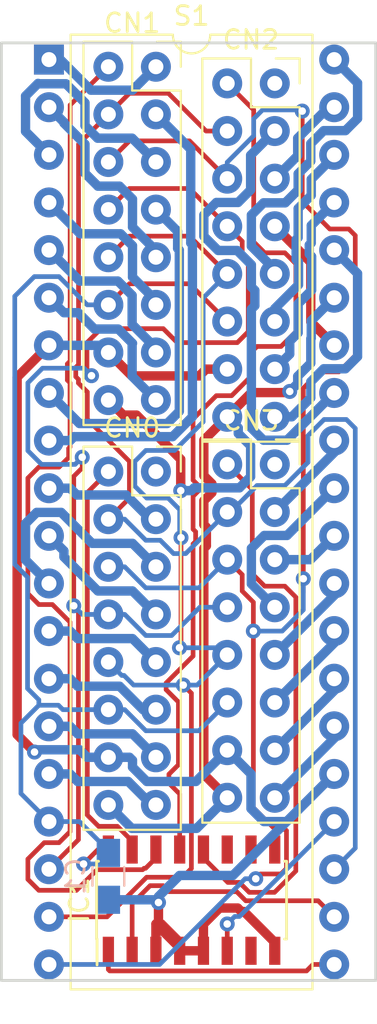
<source format=kicad_pcb>
(kicad_pcb (version 20171130) (host pcbnew "(5.0.2)-1")

  (general
    (thickness 1.6)
    (drawings 4)
    (tracks 564)
    (zones 0)
    (modules 7)
    (nets 51)
  )

  (page A4)
  (layers
    (0 F.Cu signal)
    (31 B.Cu signal)
    (36 B.SilkS user)
    (37 F.SilkS user)
    (38 B.Mask user)
    (39 F.Mask user)
    (40 Dwgs.User user)
    (41 Cmts.User user)
    (42 Eco1.User user)
    (43 Eco2.User user)
    (44 Edge.Cuts user)
    (45 Margin user)
    (46 B.CrtYd user)
    (47 F.CrtYd user)
    (48 B.Fab user)
    (49 F.Fab user)
  )

  (setup
    (last_trace_width 0.25)
    (trace_clearance 0.2)
    (zone_clearance 0.1526)
    (zone_45_only no)
    (trace_min 0.2)
    (segment_width 0.11)
    (edge_width 0.15)
    (via_size 0.8)
    (via_drill 0.4)
    (via_min_size 0.4)
    (via_min_drill 0.3)
    (uvia_size 0.3)
    (uvia_drill 0.1)
    (uvias_allowed no)
    (uvia_min_size 0.2)
    (uvia_min_drill 0.1)
    (pcb_text_width 0.3)
    (pcb_text_size 1.5 1.5)
    (mod_edge_width 0.15)
    (mod_text_size 1 1)
    (mod_text_width 0.15)
    (pad_size 1.6 1.6)
    (pad_drill 0.8)
    (pad_to_mask_clearance 0.051)
    (solder_mask_min_width 0.25)
    (aux_axis_origin 0 0)
    (grid_origin 50.8 50.8)
    (visible_elements 7FFFFF7F)
    (pcbplotparams
      (layerselection 0x010fc_ffffffff)
      (usegerberextensions false)
      (usegerberattributes false)
      (usegerberadvancedattributes false)
      (creategerberjobfile false)
      (excludeedgelayer true)
      (linewidth 0.100000)
      (plotframeref false)
      (viasonmask false)
      (mode 1)
      (useauxorigin false)
      (hpglpennumber 1)
      (hpglpenspeed 20)
      (hpglpendiameter 15.000000)
      (psnegative false)
      (psa4output false)
      (plotreference true)
      (plotvalue true)
      (plotinvisibletext false)
      (padsonsilk false)
      (subtractmaskfromsilk false)
      (outputformat 1)
      (mirror false)
      (drillshape 1)
      (scaleselection 1)
      (outputdirectory ""))
  )

  (net 0 "")
  (net 1 VCC)
  (net 2 GND)
  (net 3 +24V)
  (net 4 /COM)
  (net 5 /DATA)
  (net 6 /2D)
  (net 7 /A2)
  (net 8 /2F)
  (net 9 /A0)
  (net 10 /2C)
  (net 11 /A1)
  (net 12 /2B)
  (net 13 /2A)
  (net 14 /0A)
  (net 15 /0B)
  (net 16 /2E)
  (net 17 /0C)
  (net 18 /2G)
  (net 19 /0D)
  (net 20 /3G)
  (net 21 /0F)
  (net 22 /3E)
  (net 23 /0E)
  (net 24 /3F)
  (net 25 /0G)
  (net 26 /3D)
  (net 27 /1G)
  (net 28 /3C)
  (net 29 /1E)
  (net 30 /3B)
  (net 31 /3A)
  (net 32 /1A)
  (net 33 /1B)
  (net 34 /EN)
  (net 35 /1C)
  (net 36 /1F)
  (net 37 /B1)
  (net 38 /1D)
  (net 39 /B0)
  (net 40 /~ENGR0)
  (net 41 /~ENGR1)
  (net 42 /~ENGR2)
  (net 43 /~ENGR3)
  (net 44 "Net-(IC1-Pad11)")
  (net 45 "Net-(IC1-Pad10)")
  (net 46 "Net-(IC1-Pad9)")
  (net 47 "Net-(IC1-Pad7)")
  (net 48 "Net-(CN0-Pad1)")
  (net 49 "Net-(CN2-Pad1)")
  (net 50 "Net-(CN3-Pad1)")

  (net_class Default "Dies ist die voreingestellte Netzklasse."
    (clearance 0.2)
    (trace_width 0.25)
    (via_dia 0.8)
    (via_drill 0.4)
    (uvia_dia 0.3)
    (uvia_drill 0.1)
    (add_net /A0)
    (add_net /A1)
    (add_net /A2)
    (add_net /B0)
    (add_net /B1)
    (add_net /DATA)
    (add_net /EN)
    (add_net /~ENGR0)
    (add_net /~ENGR1)
    (add_net /~ENGR2)
    (add_net /~ENGR3)
    (add_net "Net-(CN0-Pad1)")
    (add_net "Net-(CN2-Pad1)")
    (add_net "Net-(CN3-Pad1)")
    (add_net "Net-(IC1-Pad10)")
    (add_net "Net-(IC1-Pad11)")
    (add_net "Net-(IC1-Pad7)")
    (add_net "Net-(IC1-Pad9)")
    (add_net VCC)
  )

  (net_class DrivingCurrent ""
    (clearance 0.2)
    (trace_width 0.5)
    (via_dia 0.8)
    (via_drill 0.4)
    (uvia_dia 0.3)
    (uvia_drill 0.1)
    (add_net +24V)
    (add_net /0A)
    (add_net /0B)
    (add_net /0C)
    (add_net /0D)
    (add_net /0E)
    (add_net /0F)
    (add_net /0G)
    (add_net /1A)
    (add_net /1B)
    (add_net /1C)
    (add_net /1D)
    (add_net /1E)
    (add_net /1F)
    (add_net /1G)
    (add_net /2A)
    (add_net /2B)
    (add_net /2C)
    (add_net /2D)
    (add_net /2E)
    (add_net /2F)
    (add_net /2G)
    (add_net /3A)
    (add_net /3B)
    (add_net /3C)
    (add_net /3D)
    (add_net /3E)
    (add_net /3F)
    (add_net /3G)
    (add_net /COM)
    (add_net GND)
  )

  (module Socket_Strips:Socket_Strip_Straight_2x08_Pitch2.54mm (layer F.Cu) (tedit 58CD5449) (tstamp 5C71A752)
    (at 59.055 73.66)
    (descr "Through hole straight socket strip, 2x08, 2.54mm pitch, double rows")
    (tags "Through hole socket strip THT 2x08 2.54mm double row")
    (path /5C718FA7)
    (fp_text reference CN0 (at -1.27 -2.33) (layer F.SilkS)
      (effects (font (size 1 1) (thickness 0.15)))
    )
    (fp_text value SR28GR (at -1.27 20.11) (layer F.Fab)
      (effects (font (size 1 1) (thickness 0.15)))
    )
    (fp_text user %R (at -1.27 -2.33) (layer F.Fab)
      (effects (font (size 1 1) (thickness 0.15)))
    )
    (fp_line (start 1.8 -1.8) (end -4.35 -1.8) (layer F.CrtYd) (width 0.05))
    (fp_line (start 1.8 19.55) (end 1.8 -1.8) (layer F.CrtYd) (width 0.05))
    (fp_line (start -4.35 19.55) (end 1.8 19.55) (layer F.CrtYd) (width 0.05))
    (fp_line (start -4.35 -1.8) (end -4.35 19.55) (layer F.CrtYd) (width 0.05))
    (fp_line (start 1.33 -1.33) (end 0.06 -1.33) (layer F.SilkS) (width 0.12))
    (fp_line (start 1.33 0) (end 1.33 -1.33) (layer F.SilkS) (width 0.12))
    (fp_line (start -1.27 1.27) (end 1.33 1.27) (layer F.SilkS) (width 0.12))
    (fp_line (start -1.27 -1.33) (end -1.27 1.27) (layer F.SilkS) (width 0.12))
    (fp_line (start -3.87 -1.33) (end -1.27 -1.33) (layer F.SilkS) (width 0.12))
    (fp_line (start -3.87 19.11) (end -3.87 -1.33) (layer F.SilkS) (width 0.12))
    (fp_line (start 1.33 19.11) (end -3.87 19.11) (layer F.SilkS) (width 0.12))
    (fp_line (start 1.33 1.27) (end 1.33 19.11) (layer F.SilkS) (width 0.12))
    (fp_line (start 1.27 -1.27) (end -3.81 -1.27) (layer F.Fab) (width 0.1))
    (fp_line (start 1.27 19.05) (end 1.27 -1.27) (layer F.Fab) (width 0.1))
    (fp_line (start -3.81 19.05) (end 1.27 19.05) (layer F.Fab) (width 0.1))
    (fp_line (start -3.81 -1.27) (end -3.81 19.05) (layer F.Fab) (width 0.1))
    (pad 16 thru_hole oval (at -2.54 17.78) (size 1.6 1.6) (drill 0.8) (layers *.Cu *.Mask)
      (net 3 +24V))
    (pad 15 thru_hole oval (at 0 17.78) (size 1.6 1.6) (drill 0.8) (layers *.Cu *.Mask)
      (net 14 /0A))
    (pad 14 thru_hole oval (at -2.54 15.24) (size 1.6 1.6) (drill 0.8) (layers *.Cu *.Mask)
      (net 2 GND))
    (pad 13 thru_hole oval (at 0 15.24) (size 1.6 1.6) (drill 0.8) (layers *.Cu *.Mask)
      (net 15 /0B))
    (pad 12 thru_hole oval (at -2.54 12.7) (size 1.6 1.6) (drill 0.8) (layers *.Cu *.Mask)
      (net 1 VCC))
    (pad 11 thru_hole oval (at 0 12.7) (size 1.6 1.6) (drill 0.8) (layers *.Cu *.Mask)
      (net 17 /0C))
    (pad 10 thru_hole oval (at -2.54 10.16) (size 1.6 1.6) (drill 0.8) (layers *.Cu *.Mask)
      (net 9 /A0))
    (pad 9 thru_hole oval (at 0 10.16) (size 1.6 1.6) (drill 0.8) (layers *.Cu *.Mask)
      (net 19 /0D))
    (pad 8 thru_hole oval (at -2.54 7.62) (size 1.6 1.6) (drill 0.8) (layers *.Cu *.Mask)
      (net 11 /A1))
    (pad 7 thru_hole oval (at 0 7.62) (size 1.6 1.6) (drill 0.8) (layers *.Cu *.Mask)
      (net 23 /0E))
    (pad 6 thru_hole oval (at -2.54 5.08) (size 1.6 1.6) (drill 0.8) (layers *.Cu *.Mask)
      (net 7 /A2))
    (pad 5 thru_hole oval (at 0 5.08) (size 1.6 1.6) (drill 0.8) (layers *.Cu *.Mask)
      (net 21 /0F))
    (pad 4 thru_hole oval (at -2.54 2.54) (size 1.6 1.6) (drill 0.8) (layers *.Cu *.Mask)
      (net 5 /DATA))
    (pad 3 thru_hole oval (at 0 2.54) (size 1.6 1.6) (drill 0.8) (layers *.Cu *.Mask)
      (net 25 /0G))
    (pad 2 thru_hole oval (at -2.54 0) (size 1.6 1.6) (drill 0.8) (layers *.Cu *.Mask)
      (net 40 /~ENGR0))
    (pad 1 thru_hole oval (at 0 0) (size 1.6 1.6) (drill 0.8) (layers *.Cu *.Mask)
      (net 48 "Net-(CN0-Pad1)"))
    (model ${KISYS3DMOD}/Socket_Strips.3dshapes/Socket_Strip_Straight_2x08_Pitch2.54mm.wrl
      (offset (xyz -1.269999980926514 -8.889999866485596 0))
      (scale (xyz 1 1 1))
      (rotate (xyz 0 0 270))
    )
  )

  (module Housings_SOIC:SOIC-16_3.9x9.9mm_Pitch1.27mm (layer F.Cu) (tedit 58CC8F64) (tstamp 5C71A7E6)
    (at 60.96 96.52 90)
    (descr "16-Lead Plastic Small Outline (SL) - Narrow, 3.90 mm Body [SOIC] (see Microchip Packaging Specification 00000049BS.pdf)")
    (tags "SOIC 1.27")
    (path /5C72D518)
    (attr smd)
    (fp_text reference IC1 (at 0 -6 90) (layer F.SilkS)
      (effects (font (size 1 1) (thickness 0.15)))
    )
    (fp_text value 74138 (at 0 6 90) (layer F.Fab)
      (effects (font (size 1 1) (thickness 0.15)))
    )
    (fp_line (start -2.075 -5.05) (end -3.45 -5.05) (layer F.SilkS) (width 0.15))
    (fp_line (start -2.075 5.075) (end 2.075 5.075) (layer F.SilkS) (width 0.15))
    (fp_line (start -2.075 -5.075) (end 2.075 -5.075) (layer F.SilkS) (width 0.15))
    (fp_line (start -2.075 5.075) (end -2.075 4.97) (layer F.SilkS) (width 0.15))
    (fp_line (start 2.075 5.075) (end 2.075 4.97) (layer F.SilkS) (width 0.15))
    (fp_line (start 2.075 -5.075) (end 2.075 -4.97) (layer F.SilkS) (width 0.15))
    (fp_line (start -2.075 -5.075) (end -2.075 -5.05) (layer F.SilkS) (width 0.15))
    (fp_line (start -3.7 5.25) (end 3.7 5.25) (layer F.CrtYd) (width 0.05))
    (fp_line (start -3.7 -5.25) (end 3.7 -5.25) (layer F.CrtYd) (width 0.05))
    (fp_line (start 3.7 -5.25) (end 3.7 5.25) (layer F.CrtYd) (width 0.05))
    (fp_line (start -3.7 -5.25) (end -3.7 5.25) (layer F.CrtYd) (width 0.05))
    (fp_line (start -1.95 -3.95) (end -0.95 -4.95) (layer F.Fab) (width 0.15))
    (fp_line (start -1.95 4.95) (end -1.95 -3.95) (layer F.Fab) (width 0.15))
    (fp_line (start 1.95 4.95) (end -1.95 4.95) (layer F.Fab) (width 0.15))
    (fp_line (start 1.95 -4.95) (end 1.95 4.95) (layer F.Fab) (width 0.15))
    (fp_line (start -0.95 -4.95) (end 1.95 -4.95) (layer F.Fab) (width 0.15))
    (fp_text user %R (at 0 0 90) (layer F.Fab)
      (effects (font (size 0.9 0.9) (thickness 0.135)))
    )
    (pad 16 smd rect (at 2.7 -4.445 90) (size 1.5 0.6) (layers F.Cu F.Paste F.Mask)
      (net 1 VCC))
    (pad 15 smd rect (at 2.7 -3.175 90) (size 1.5 0.6) (layers F.Cu F.Paste F.Mask)
      (net 40 /~ENGR0))
    (pad 14 smd rect (at 2.7 -1.905 90) (size 1.5 0.6) (layers F.Cu F.Paste F.Mask)
      (net 41 /~ENGR1))
    (pad 13 smd rect (at 2.7 -0.635 90) (size 1.5 0.6) (layers F.Cu F.Paste F.Mask)
      (net 42 /~ENGR2))
    (pad 12 smd rect (at 2.7 0.635 90) (size 1.5 0.6) (layers F.Cu F.Paste F.Mask)
      (net 43 /~ENGR3))
    (pad 11 smd rect (at 2.7 1.905 90) (size 1.5 0.6) (layers F.Cu F.Paste F.Mask)
      (net 44 "Net-(IC1-Pad11)"))
    (pad 10 smd rect (at 2.7 3.175 90) (size 1.5 0.6) (layers F.Cu F.Paste F.Mask)
      (net 45 "Net-(IC1-Pad10)"))
    (pad 9 smd rect (at 2.7 4.445 90) (size 1.5 0.6) (layers F.Cu F.Paste F.Mask)
      (net 46 "Net-(IC1-Pad9)"))
    (pad 8 smd rect (at -2.7 4.445 90) (size 1.5 0.6) (layers F.Cu F.Paste F.Mask)
      (net 2 GND))
    (pad 7 smd rect (at -2.7 3.175 90) (size 1.5 0.6) (layers F.Cu F.Paste F.Mask)
      (net 47 "Net-(IC1-Pad7)"))
    (pad 6 smd rect (at -2.7 1.905 90) (size 1.5 0.6) (layers F.Cu F.Paste F.Mask)
      (net 34 /EN))
    (pad 5 smd rect (at -2.7 0.635 90) (size 1.5 0.6) (layers F.Cu F.Paste F.Mask)
      (net 2 GND))
    (pad 4 smd rect (at -2.7 -0.635 90) (size 1.5 0.6) (layers F.Cu F.Paste F.Mask)
      (net 2 GND))
    (pad 3 smd rect (at -2.7 -1.905 90) (size 1.5 0.6) (layers F.Cu F.Paste F.Mask)
      (net 2 GND))
    (pad 2 smd rect (at -2.7 -3.175 90) (size 1.5 0.6) (layers F.Cu F.Paste F.Mask)
      (net 37 /B1))
    (pad 1 smd rect (at -2.7 -4.445 90) (size 1.5 0.6) (layers F.Cu F.Paste F.Mask)
      (net 39 /B0))
    (model ${KISYS3DMOD}/Housings_SOIC.3dshapes/SOIC-16_3.9x9.9mm_Pitch1.27mm.wrl
      (at (xyz 0 0 0))
      (scale (xyz 1 1 1))
      (rotate (xyz 0 0 0))
    )
  )

  (module Capacitors_SMD:C_0805_HandSoldering (layer B.Cu) (tedit 58AA84A8) (tstamp 5C71A72D)
    (at 56.515 95.25 270)
    (descr "Capacitor SMD 0805, hand soldering")
    (tags "capacitor 0805")
    (path /5C72D504)
    (attr smd)
    (fp_text reference C1 (at 0 1.75 270) (layer B.SilkS)
      (effects (font (size 1 1) (thickness 0.15)) (justify mirror))
    )
    (fp_text value 0μ1 (at 0 -1.75 270) (layer B.Fab)
      (effects (font (size 1 1) (thickness 0.15)) (justify mirror))
    )
    (fp_line (start 2.25 -0.87) (end -2.25 -0.87) (layer B.CrtYd) (width 0.05))
    (fp_line (start 2.25 -0.87) (end 2.25 0.88) (layer B.CrtYd) (width 0.05))
    (fp_line (start -2.25 0.88) (end -2.25 -0.87) (layer B.CrtYd) (width 0.05))
    (fp_line (start -2.25 0.88) (end 2.25 0.88) (layer B.CrtYd) (width 0.05))
    (fp_line (start -0.5 -0.85) (end 0.5 -0.85) (layer B.SilkS) (width 0.12))
    (fp_line (start 0.5 0.85) (end -0.5 0.85) (layer B.SilkS) (width 0.12))
    (fp_line (start -1 0.62) (end 1 0.62) (layer B.Fab) (width 0.1))
    (fp_line (start 1 0.62) (end 1 -0.62) (layer B.Fab) (width 0.1))
    (fp_line (start 1 -0.62) (end -1 -0.62) (layer B.Fab) (width 0.1))
    (fp_line (start -1 -0.62) (end -1 0.62) (layer B.Fab) (width 0.1))
    (fp_text user %R (at 0 1.75 270) (layer B.Fab)
      (effects (font (size 1 1) (thickness 0.15)) (justify mirror))
    )
    (pad 2 smd rect (at 1.25 0 270) (size 1.5 1.25) (layers B.Cu B.Paste B.Mask)
      (net 2 GND))
    (pad 1 smd rect (at -1.25 0 270) (size 1.5 1.25) (layers B.Cu B.Paste B.Mask)
      (net 1 VCC))
    (model Capacitors_SMD.3dshapes/C_0805.wrl
      (at (xyz 0 0 0))
      (scale (xyz 1 1 1))
      (rotate (xyz 0 0 0))
    )
  )

  (module Socket_Strips:Socket_Strip_Straight_2x08_Pitch2.54mm (layer F.Cu) (tedit 5C72F6E8) (tstamp 5C71B651)
    (at 59.055 52.07)
    (descr "Through hole straight socket strip, 2x08, 2.54mm pitch, double rows")
    (tags "Through hole socket strip THT 2x08 2.54mm double row")
    (path /5C71B403)
    (fp_text reference CN1 (at -1.27 -2.33) (layer F.SilkS)
      (effects (font (size 1 1) (thickness 0.15)))
    )
    (fp_text value SR28GR (at -1.27 20.11) (layer F.Fab)
      (effects (font (size 1 1) (thickness 0.15)))
    )
    (fp_line (start -3.81 -1.27) (end -3.81 19.05) (layer F.Fab) (width 0.1))
    (fp_line (start -3.81 19.05) (end 1.27 19.05) (layer F.Fab) (width 0.1))
    (fp_line (start 1.27 19.05) (end 1.27 -1.27) (layer F.Fab) (width 0.1))
    (fp_line (start 1.27 -1.27) (end -3.81 -1.27) (layer F.Fab) (width 0.1))
    (fp_line (start 1.33 1.27) (end 1.33 19.11) (layer F.SilkS) (width 0.12))
    (fp_line (start 1.33 19.11) (end -3.87 19.11) (layer F.SilkS) (width 0.12))
    (fp_line (start -3.87 19.11) (end -3.87 -1.33) (layer F.SilkS) (width 0.12))
    (fp_line (start -3.87 -1.33) (end -1.27 -1.33) (layer F.SilkS) (width 0.12))
    (fp_line (start -1.27 -1.33) (end -1.27 1.27) (layer F.SilkS) (width 0.12))
    (fp_line (start -1.27 1.27) (end 1.33 1.27) (layer F.SilkS) (width 0.12))
    (fp_line (start 1.33 0) (end 1.33 -1.33) (layer F.SilkS) (width 0.12))
    (fp_line (start 1.33 -1.33) (end 0.06 -1.33) (layer F.SilkS) (width 0.12))
    (fp_line (start -4.35 -1.8) (end -4.35 19.55) (layer F.CrtYd) (width 0.05))
    (fp_line (start -4.35 19.55) (end 1.8 19.55) (layer F.CrtYd) (width 0.05))
    (fp_line (start 1.8 19.55) (end 1.8 -1.8) (layer F.CrtYd) (width 0.05))
    (fp_line (start 1.8 -1.8) (end -4.35 -1.8) (layer F.CrtYd) (width 0.05))
    (fp_text user %R (at -1.27 -2.33) (layer F.Fab)
      (effects (font (size 1 1) (thickness 0.15)))
    )
    (pad 1 thru_hole oval (at 0 0) (size 1.6 1.6) (drill 0.8) (layers *.Cu *.Mask)
      (net 4 /COM))
    (pad 2 thru_hole oval (at -2.54 0) (size 1.6 1.6) (drill 0.8) (layers *.Cu *.Mask)
      (net 41 /~ENGR1))
    (pad 3 thru_hole oval (at 0 2.54) (size 1.6 1.6) (drill 0.8) (layers *.Cu *.Mask)
      (net 27 /1G))
    (pad 4 thru_hole oval (at -2.54 2.54) (size 1.6 1.6) (drill 0.8) (layers *.Cu *.Mask)
      (net 5 /DATA))
    (pad 5 thru_hole oval (at 0 5.08) (size 1.6 1.6) (drill 0.8) (layers *.Cu *.Mask)
      (net 36 /1F))
    (pad 6 thru_hole oval (at -2.54 5.08) (size 1.6 1.6) (drill 0.8) (layers *.Cu *.Mask)
      (net 7 /A2))
    (pad 7 thru_hole oval (at 0 7.62) (size 1.6 1.6) (drill 0.8) (layers *.Cu *.Mask)
      (net 29 /1E))
    (pad 8 thru_hole oval (at -2.54 7.62) (size 1.6 1.6) (drill 0.8) (layers *.Cu *.Mask)
      (net 11 /A1))
    (pad 9 thru_hole oval (at 0 10.16) (size 1.6 1.6) (drill 0.8) (layers *.Cu *.Mask)
      (net 38 /1D))
    (pad 10 thru_hole oval (at -2.54 10.16) (size 1.6 1.6) (drill 0.8) (layers *.Cu *.Mask)
      (net 9 /A0))
    (pad 11 thru_hole oval (at 0 12.7) (size 1.6 1.6) (drill 0.8) (layers *.Cu *.Mask)
      (net 35 /1C))
    (pad 12 thru_hole oval (at -2.54 12.7) (size 1.6 1.6) (drill 0.8) (layers *.Cu *.Mask)
      (net 1 VCC))
    (pad 13 thru_hole oval (at 0 15.24) (size 1.6 1.6) (drill 0.8) (layers *.Cu *.Mask)
      (net 33 /1B))
    (pad 14 thru_hole oval (at -2.54 15.24) (size 1.6 1.6) (drill 0.8) (layers *.Cu *.Mask)
      (net 2 GND))
    (pad 15 thru_hole oval (at 0 17.78) (size 1.6 1.6) (drill 0.8) (layers *.Cu *.Mask)
      (net 32 /1A))
    (pad 16 thru_hole oval (at -2.54 17.78) (size 1.6 1.6) (drill 0.8) (layers *.Cu *.Mask)
      (net 3 +24V))
    (model ${KISYS3DMOD}/Socket_Strips.3dshapes/Socket_Strip_Straight_2x08_Pitch2.54mm.wrl
      (offset (xyz -1.269999980926514 -8.889999866485596 0))
      (scale (xyz 1 1 1))
      (rotate (xyz 0 0 270))
    )
  )

  (module Socket_Strips:Socket_Strip_Straight_2x08_Pitch2.54mm (layer F.Cu) (tedit 58CD5449) (tstamp 5C71A79C)
    (at 65.405 52.959)
    (descr "Through hole straight socket strip, 2x08, 2.54mm pitch, double rows")
    (tags "Through hole socket strip THT 2x08 2.54mm double row")
    (path /5C71B440)
    (fp_text reference CN2 (at -1.27 -2.33) (layer F.SilkS)
      (effects (font (size 1 1) (thickness 0.15)))
    )
    (fp_text value SR28GR (at -1.27 20.11) (layer F.Fab)
      (effects (font (size 1 1) (thickness 0.15)))
    )
    (fp_text user %R (at -1.27 -2.33) (layer F.Fab)
      (effects (font (size 1 1) (thickness 0.15)))
    )
    (fp_line (start 1.8 -1.8) (end -4.35 -1.8) (layer F.CrtYd) (width 0.05))
    (fp_line (start 1.8 19.55) (end 1.8 -1.8) (layer F.CrtYd) (width 0.05))
    (fp_line (start -4.35 19.55) (end 1.8 19.55) (layer F.CrtYd) (width 0.05))
    (fp_line (start -4.35 -1.8) (end -4.35 19.55) (layer F.CrtYd) (width 0.05))
    (fp_line (start 1.33 -1.33) (end 0.06 -1.33) (layer F.SilkS) (width 0.12))
    (fp_line (start 1.33 0) (end 1.33 -1.33) (layer F.SilkS) (width 0.12))
    (fp_line (start -1.27 1.27) (end 1.33 1.27) (layer F.SilkS) (width 0.12))
    (fp_line (start -1.27 -1.33) (end -1.27 1.27) (layer F.SilkS) (width 0.12))
    (fp_line (start -3.87 -1.33) (end -1.27 -1.33) (layer F.SilkS) (width 0.12))
    (fp_line (start -3.87 19.11) (end -3.87 -1.33) (layer F.SilkS) (width 0.12))
    (fp_line (start 1.33 19.11) (end -3.87 19.11) (layer F.SilkS) (width 0.12))
    (fp_line (start 1.33 1.27) (end 1.33 19.11) (layer F.SilkS) (width 0.12))
    (fp_line (start 1.27 -1.27) (end -3.81 -1.27) (layer F.Fab) (width 0.1))
    (fp_line (start 1.27 19.05) (end 1.27 -1.27) (layer F.Fab) (width 0.1))
    (fp_line (start -3.81 19.05) (end 1.27 19.05) (layer F.Fab) (width 0.1))
    (fp_line (start -3.81 -1.27) (end -3.81 19.05) (layer F.Fab) (width 0.1))
    (pad 16 thru_hole oval (at -2.54 17.78) (size 1.6 1.6) (drill 0.8) (layers *.Cu *.Mask)
      (net 3 +24V))
    (pad 15 thru_hole oval (at 0 17.78) (size 1.6 1.6) (drill 0.8) (layers *.Cu *.Mask)
      (net 13 /2A))
    (pad 14 thru_hole oval (at -2.54 15.24) (size 1.6 1.6) (drill 0.8) (layers *.Cu *.Mask)
      (net 2 GND))
    (pad 13 thru_hole oval (at 0 15.24) (size 1.6 1.6) (drill 0.8) (layers *.Cu *.Mask)
      (net 12 /2B))
    (pad 12 thru_hole oval (at -2.54 12.7) (size 1.6 1.6) (drill 0.8) (layers *.Cu *.Mask)
      (net 1 VCC))
    (pad 11 thru_hole oval (at 0 12.7) (size 1.6 1.6) (drill 0.8) (layers *.Cu *.Mask)
      (net 10 /2C))
    (pad 10 thru_hole oval (at -2.54 10.16) (size 1.6 1.6) (drill 0.8) (layers *.Cu *.Mask)
      (net 9 /A0))
    (pad 9 thru_hole oval (at 0 10.16) (size 1.6 1.6) (drill 0.8) (layers *.Cu *.Mask)
      (net 6 /2D))
    (pad 8 thru_hole oval (at -2.54 7.62) (size 1.6 1.6) (drill 0.8) (layers *.Cu *.Mask)
      (net 11 /A1))
    (pad 7 thru_hole oval (at 0 7.62) (size 1.6 1.6) (drill 0.8) (layers *.Cu *.Mask)
      (net 16 /2E))
    (pad 6 thru_hole oval (at -2.54 5.08) (size 1.6 1.6) (drill 0.8) (layers *.Cu *.Mask)
      (net 7 /A2))
    (pad 5 thru_hole oval (at 0 5.08) (size 1.6 1.6) (drill 0.8) (layers *.Cu *.Mask)
      (net 8 /2F))
    (pad 4 thru_hole oval (at -2.54 2.54) (size 1.6 1.6) (drill 0.8) (layers *.Cu *.Mask)
      (net 5 /DATA))
    (pad 3 thru_hole oval (at 0 2.54) (size 1.6 1.6) (drill 0.8) (layers *.Cu *.Mask)
      (net 18 /2G))
    (pad 2 thru_hole oval (at -2.54 0) (size 1.6 1.6) (drill 0.8) (layers *.Cu *.Mask)
      (net 42 /~ENGR2))
    (pad 1 thru_hole oval (at 0 0) (size 1.6 1.6) (drill 0.8) (layers *.Cu *.Mask)
      (net 49 "Net-(CN2-Pad1)"))
    (model ${KISYS3DMOD}/Socket_Strips.3dshapes/Socket_Strip_Straight_2x08_Pitch2.54mm.wrl
      (offset (xyz -1.269999980926514 -8.889999866485596 0))
      (scale (xyz 1 1 1))
      (rotate (xyz 0 0 270))
    )
  )

  (module Socket_Strips:Socket_Strip_Straight_2x08_Pitch2.54mm (layer F.Cu) (tedit 58CD5449) (tstamp 5C71A7C1)
    (at 65.405 73.279)
    (descr "Through hole straight socket strip, 2x08, 2.54mm pitch, double rows")
    (tags "Through hole socket strip THT 2x08 2.54mm double row")
    (path /5C71B46E)
    (fp_text reference CN3 (at -1.27 -2.33) (layer F.SilkS)
      (effects (font (size 1 1) (thickness 0.15)))
    )
    (fp_text value SR28GR (at -1.27 20.11) (layer F.Fab)
      (effects (font (size 1 1) (thickness 0.15)))
    )
    (fp_line (start -3.81 -1.27) (end -3.81 19.05) (layer F.Fab) (width 0.1))
    (fp_line (start -3.81 19.05) (end 1.27 19.05) (layer F.Fab) (width 0.1))
    (fp_line (start 1.27 19.05) (end 1.27 -1.27) (layer F.Fab) (width 0.1))
    (fp_line (start 1.27 -1.27) (end -3.81 -1.27) (layer F.Fab) (width 0.1))
    (fp_line (start 1.33 1.27) (end 1.33 19.11) (layer F.SilkS) (width 0.12))
    (fp_line (start 1.33 19.11) (end -3.87 19.11) (layer F.SilkS) (width 0.12))
    (fp_line (start -3.87 19.11) (end -3.87 -1.33) (layer F.SilkS) (width 0.12))
    (fp_line (start -3.87 -1.33) (end -1.27 -1.33) (layer F.SilkS) (width 0.12))
    (fp_line (start -1.27 -1.33) (end -1.27 1.27) (layer F.SilkS) (width 0.12))
    (fp_line (start -1.27 1.27) (end 1.33 1.27) (layer F.SilkS) (width 0.12))
    (fp_line (start 1.33 0) (end 1.33 -1.33) (layer F.SilkS) (width 0.12))
    (fp_line (start 1.33 -1.33) (end 0.06 -1.33) (layer F.SilkS) (width 0.12))
    (fp_line (start -4.35 -1.8) (end -4.35 19.55) (layer F.CrtYd) (width 0.05))
    (fp_line (start -4.35 19.55) (end 1.8 19.55) (layer F.CrtYd) (width 0.05))
    (fp_line (start 1.8 19.55) (end 1.8 -1.8) (layer F.CrtYd) (width 0.05))
    (fp_line (start 1.8 -1.8) (end -4.35 -1.8) (layer F.CrtYd) (width 0.05))
    (fp_text user %R (at -1.27 -2.33) (layer F.Fab)
      (effects (font (size 1 1) (thickness 0.15)))
    )
    (pad 1 thru_hole oval (at 0 0) (size 1.6 1.6) (drill 0.8) (layers *.Cu *.Mask)
      (net 50 "Net-(CN3-Pad1)"))
    (pad 2 thru_hole oval (at -2.54 0) (size 1.6 1.6) (drill 0.8) (layers *.Cu *.Mask)
      (net 43 /~ENGR3))
    (pad 3 thru_hole oval (at 0 2.54) (size 1.6 1.6) (drill 0.8) (layers *.Cu *.Mask)
      (net 20 /3G))
    (pad 4 thru_hole oval (at -2.54 2.54) (size 1.6 1.6) (drill 0.8) (layers *.Cu *.Mask)
      (net 5 /DATA))
    (pad 5 thru_hole oval (at 0 5.08) (size 1.6 1.6) (drill 0.8) (layers *.Cu *.Mask)
      (net 24 /3F))
    (pad 6 thru_hole oval (at -2.54 5.08) (size 1.6 1.6) (drill 0.8) (layers *.Cu *.Mask)
      (net 7 /A2))
    (pad 7 thru_hole oval (at 0 7.62) (size 1.6 1.6) (drill 0.8) (layers *.Cu *.Mask)
      (net 22 /3E))
    (pad 8 thru_hole oval (at -2.54 7.62) (size 1.6 1.6) (drill 0.8) (layers *.Cu *.Mask)
      (net 11 /A1))
    (pad 9 thru_hole oval (at 0 10.16) (size 1.6 1.6) (drill 0.8) (layers *.Cu *.Mask)
      (net 26 /3D))
    (pad 10 thru_hole oval (at -2.54 10.16) (size 1.6 1.6) (drill 0.8) (layers *.Cu *.Mask)
      (net 9 /A0))
    (pad 11 thru_hole oval (at 0 12.7) (size 1.6 1.6) (drill 0.8) (layers *.Cu *.Mask)
      (net 28 /3C))
    (pad 12 thru_hole oval (at -2.54 12.7) (size 1.6 1.6) (drill 0.8) (layers *.Cu *.Mask)
      (net 1 VCC))
    (pad 13 thru_hole oval (at 0 15.24) (size 1.6 1.6) (drill 0.8) (layers *.Cu *.Mask)
      (net 30 /3B))
    (pad 14 thru_hole oval (at -2.54 15.24) (size 1.6 1.6) (drill 0.8) (layers *.Cu *.Mask)
      (net 2 GND))
    (pad 15 thru_hole oval (at 0 17.78) (size 1.6 1.6) (drill 0.8) (layers *.Cu *.Mask)
      (net 31 /3A))
    (pad 16 thru_hole oval (at -2.54 17.78) (size 1.6 1.6) (drill 0.8) (layers *.Cu *.Mask)
      (net 3 +24V))
    (model ${KISYS3DMOD}/Socket_Strips.3dshapes/Socket_Strip_Straight_2x08_Pitch2.54mm.wrl
      (offset (xyz -1.269999980926514 -8.889999866485596 0))
      (scale (xyz 1 1 1))
      (rotate (xyz 0 0 270))
    )
  )

  (module Housings_DIP:DIP-40_W15.24mm (layer F.Cu) (tedit 59C78D6C) (tstamp 5C71AB52)
    (at 53.34 51.689)
    (descr "40-lead though-hole mounted DIP package, row spacing 15.24 mm (600 mils)")
    (tags "THT DIP DIL PDIP 2.54mm 15.24mm 600mil")
    (path /5C716655)
    (fp_text reference S1 (at 7.62 -2.33) (layer F.SilkS)
      (effects (font (size 1 1) (thickness 0.15)))
    )
    (fp_text value FP2800A-Interface (at 7.62 50.59) (layer F.Fab)
      (effects (font (size 1 1) (thickness 0.15)))
    )
    (fp_text user %R (at 7.62 24.13) (layer F.Fab)
      (effects (font (size 1 1) (thickness 0.15)))
    )
    (fp_line (start 16.3 -1.55) (end -1.05 -1.55) (layer F.CrtYd) (width 0.05))
    (fp_line (start 16.3 49.8) (end 16.3 -1.55) (layer F.CrtYd) (width 0.05))
    (fp_line (start -1.05 49.8) (end 16.3 49.8) (layer F.CrtYd) (width 0.05))
    (fp_line (start -1.05 -1.55) (end -1.05 49.8) (layer F.CrtYd) (width 0.05))
    (fp_line (start 14.08 -1.33) (end 8.62 -1.33) (layer F.SilkS) (width 0.12))
    (fp_line (start 14.08 49.59) (end 14.08 -1.33) (layer F.SilkS) (width 0.12))
    (fp_line (start 1.16 49.59) (end 14.08 49.59) (layer F.SilkS) (width 0.12))
    (fp_line (start 1.16 -1.33) (end 1.16 49.59) (layer F.SilkS) (width 0.12))
    (fp_line (start 6.62 -1.33) (end 1.16 -1.33) (layer F.SilkS) (width 0.12))
    (fp_line (start 0.255 -0.27) (end 1.255 -1.27) (layer F.Fab) (width 0.1))
    (fp_line (start 0.255 49.53) (end 0.255 -0.27) (layer F.Fab) (width 0.1))
    (fp_line (start 14.985 49.53) (end 0.255 49.53) (layer F.Fab) (width 0.1))
    (fp_line (start 14.985 -1.27) (end 14.985 49.53) (layer F.Fab) (width 0.1))
    (fp_line (start 1.255 -1.27) (end 14.985 -1.27) (layer F.Fab) (width 0.1))
    (fp_arc (start 7.62 -1.33) (end 6.62 -1.33) (angle -180) (layer F.SilkS) (width 0.12))
    (pad 40 thru_hole oval (at 15.24 0) (size 1.6 1.6) (drill 0.8) (layers *.Cu *.Mask)
      (net 6 /2D))
    (pad 20 thru_hole oval (at 0 48.26) (size 1.6 1.6) (drill 0.8) (layers *.Cu *.Mask)
      (net 7 /A2))
    (pad 39 thru_hole oval (at 15.24 2.54) (size 1.6 1.6) (drill 0.8) (layers *.Cu *.Mask)
      (net 8 /2F))
    (pad 19 thru_hole oval (at 0 45.72) (size 1.6 1.6) (drill 0.8) (layers *.Cu *.Mask)
      (net 9 /A0))
    (pad 38 thru_hole oval (at 15.24 5.08) (size 1.6 1.6) (drill 0.8) (layers *.Cu *.Mask)
      (net 10 /2C))
    (pad 18 thru_hole oval (at 0 43.18) (size 1.6 1.6) (drill 0.8) (layers *.Cu *.Mask)
      (net 11 /A1))
    (pad 37 thru_hole oval (at 15.24 7.62) (size 1.6 1.6) (drill 0.8) (layers *.Cu *.Mask)
      (net 12 /2B))
    (pad 17 thru_hole oval (at 0 40.64) (size 1.6 1.6) (drill 0.8) (layers *.Cu *.Mask)
      (net 1 VCC))
    (pad 36 thru_hole oval (at 15.24 10.16) (size 1.6 1.6) (drill 0.8) (layers *.Cu *.Mask)
      (net 13 /2A))
    (pad 16 thru_hole oval (at 0 38.1) (size 1.6 1.6) (drill 0.8) (layers *.Cu *.Mask)
      (net 14 /0A))
    (pad 35 thru_hole oval (at 15.24 12.7) (size 1.6 1.6) (drill 0.8) (layers *.Cu *.Mask)
      (net 3 +24V))
    (pad 15 thru_hole oval (at 0 35.56) (size 1.6 1.6) (drill 0.8) (layers *.Cu *.Mask)
      (net 15 /0B))
    (pad 34 thru_hole oval (at 15.24 15.24) (size 1.6 1.6) (drill 0.8) (layers *.Cu *.Mask)
      (net 16 /2E))
    (pad 14 thru_hole oval (at 0 33.02) (size 1.6 1.6) (drill 0.8) (layers *.Cu *.Mask)
      (net 17 /0C))
    (pad 33 thru_hole oval (at 15.24 17.78) (size 1.6 1.6) (drill 0.8) (layers *.Cu *.Mask)
      (net 18 /2G))
    (pad 13 thru_hole oval (at 0 30.48) (size 1.6 1.6) (drill 0.8) (layers *.Cu *.Mask)
      (net 19 /0D))
    (pad 32 thru_hole oval (at 15.24 20.32) (size 1.6 1.6) (drill 0.8) (layers *.Cu *.Mask)
      (net 20 /3G))
    (pad 12 thru_hole oval (at 0 27.94) (size 1.6 1.6) (drill 0.8) (layers *.Cu *.Mask)
      (net 21 /0F))
    (pad 31 thru_hole oval (at 15.24 22.86) (size 1.6 1.6) (drill 0.8) (layers *.Cu *.Mask)
      (net 22 /3E))
    (pad 11 thru_hole oval (at 0 25.4) (size 1.6 1.6) (drill 0.8) (layers *.Cu *.Mask)
      (net 23 /0E))
    (pad 30 thru_hole oval (at 15.24 25.4) (size 1.6 1.6) (drill 0.8) (layers *.Cu *.Mask)
      (net 24 /3F))
    (pad 10 thru_hole oval (at 0 22.86) (size 1.6 1.6) (drill 0.8) (layers *.Cu *.Mask)
      (net 25 /0G))
    (pad 29 thru_hole oval (at 15.24 27.94) (size 1.6 1.6) (drill 0.8) (layers *.Cu *.Mask)
      (net 26 /3D))
    (pad 9 thru_hole oval (at 0 20.32) (size 1.6 1.6) (drill 0.8) (layers *.Cu *.Mask)
      (net 27 /1G))
    (pad 28 thru_hole oval (at 15.24 30.48) (size 1.6 1.6) (drill 0.8) (layers *.Cu *.Mask)
      (net 28 /3C))
    (pad 8 thru_hole oval (at 0 17.78) (size 1.6 1.6) (drill 0.8) (layers *.Cu *.Mask)
      (net 29 /1E))
    (pad 27 thru_hole oval (at 15.24 33.02) (size 1.6 1.6) (drill 0.8) (layers *.Cu *.Mask)
      (net 30 /3B))
    (pad 7 thru_hole oval (at 0 15.24) (size 1.6 1.6) (drill 0.8) (layers *.Cu *.Mask)
      (net 2 GND))
    (pad 26 thru_hole oval (at 15.24 35.56) (size 1.6 1.6) (drill 0.8) (layers *.Cu *.Mask)
      (net 31 /3A))
    (pad 6 thru_hole oval (at 0 12.7) (size 1.6 1.6) (drill 0.8) (layers *.Cu *.Mask)
      (net 32 /1A))
    (pad 25 thru_hole oval (at 15.24 38.1) (size 1.6 1.6) (drill 0.8) (layers *.Cu *.Mask)
      (net 2 GND))
    (pad 5 thru_hole oval (at 0 10.16) (size 1.6 1.6) (drill 0.8) (layers *.Cu *.Mask)
      (net 33 /1B))
    (pad 24 thru_hole oval (at 15.24 40.64) (size 1.6 1.6) (drill 0.8) (layers *.Cu *.Mask)
      (net 34 /EN))
    (pad 4 thru_hole oval (at 0 7.62) (size 1.6 1.6) (drill 0.8) (layers *.Cu *.Mask)
      (net 35 /1C))
    (pad 23 thru_hole oval (at 15.24 43.18) (size 1.6 1.6) (drill 0.8) (layers *.Cu *.Mask)
      (net 5 /DATA))
    (pad 3 thru_hole oval (at 0 5.08) (size 1.6 1.6) (drill 0.8) (layers *.Cu *.Mask)
      (net 36 /1F))
    (pad 22 thru_hole oval (at 15.24 45.72) (size 1.6 1.6) (drill 0.8) (layers *.Cu *.Mask)
      (net 37 /B1))
    (pad 2 thru_hole oval (at 0 2.54) (size 1.6 1.6) (drill 0.8) (layers *.Cu *.Mask)
      (net 38 /1D))
    (pad 21 thru_hole oval (at 15.24 48.26) (size 1.6 1.6) (drill 0.8) (layers *.Cu *.Mask)
      (net 39 /B0))
    (pad 1 thru_hole rect (at 0 0) (size 1.6 1.6) (drill 0.8) (layers *.Cu *.Mask)
      (net 4 /COM))
    (model ${KISYS3DMOD}/Pin_Headers.3dshapes/Pin_Header_Straight_1x20_Pitch2.54mm.step
      (offset (xyz 0 0 -1.9))
      (scale (xyz 1 1 1))
      (rotate (xyz 0 180 0))
    )
    (model ${KISYS3DMOD}/Pin_Headers.3dshapes/Pin_Header_Straight_1x20_Pitch2.54mm.step
      (offset (xyz 15.26 0 -1.9))
      (scale (xyz 1 1 1))
      (rotate (xyz 0 180 0))
    )
  )

  (gr_line (start 50.8 100.8) (end 50.8 50.8) (layer Edge.Cuts) (width 0.15))
  (gr_line (start 70.8 100.8) (end 50.8 100.8) (layer Edge.Cuts) (width 0.15))
  (gr_line (start 70.8 50.8) (end 70.8 100.8) (layer Edge.Cuts) (width 0.15))
  (gr_line (start 50.8 50.8) (end 70.8 50.8) (layer Edge.Cuts) (width 0.15))

  (segment (start 57.314999 63.970001) (end 56.515 64.77) (width 0.25) (layer F.Cu) (net 1) (status 30))
  (segment (start 57.640001 63.644999) (end 57.314999 63.970001) (width 0.25) (layer F.Cu) (net 1) (status 20))
  (segment (start 60.850999 63.644999) (end 57.640001 63.644999) (width 0.25) (layer F.Cu) (net 1))
  (segment (start 62.865 65.659) (end 60.850999 63.644999) (width 0.25) (layer F.Cu) (net 1) (status 10))
  (segment (start 56.515 93.875) (end 56.515 94) (width 0.25) (layer B.Cu) (net 1) (status 30))
  (segment (start 54.969 92.329) (end 56.515 93.875) (width 0.25) (layer B.Cu) (net 1) (status 20))
  (segment (start 53.34 92.329) (end 54.969 92.329) (width 0.25) (layer B.Cu) (net 1) (status 10))
  (segment (start 62.065001 86.778999) (end 62.865 85.979) (width 0.25) (layer B.Cu) (net 1) (status 30))
  (segment (start 61.358999 87.485001) (end 62.065001 86.778999) (width 0.25) (layer B.Cu) (net 1) (status 20))
  (segment (start 58.514999 87.485001) (end 61.358999 87.485001) (width 0.25) (layer B.Cu) (net 1))
  (segment (start 57.389998 86.36) (end 58.514999 87.485001) (width 0.25) (layer B.Cu) (net 1))
  (segment (start 56.515 86.36) (end 57.389998 86.36) (width 0.25) (layer B.Cu) (net 1) (status 10))
  (segment (start 55.38363 64.77) (end 53.877629 63.263999) (width 0.25) (layer B.Cu) (net 1))
  (segment (start 52.560001 63.263999) (end 51.514988 64.309012) (width 0.25) (layer B.Cu) (net 1))
  (segment (start 53.877629 63.263999) (end 52.560001 63.263999) (width 0.25) (layer B.Cu) (net 1))
  (segment (start 56.515 64.77) (end 55.38363 64.77) (width 0.25) (layer B.Cu) (net 1) (status 10))
  (segment (start 53.34 92.329) (end 51.843722 90.832722) (width 0.25) (layer B.Cu) (net 1) (status 10))
  (segment (start 51.843722 90.832722) (end 51.843722 87.080276) (width 0.25) (layer B.Cu) (net 1))
  (segment (start 52.799999 86.123999) (end 51.843722 87.080276) (width 0.25) (layer B.Cu) (net 1))
  (segment (start 52.799999 85.834001) (end 52.197 85.231002) (width 0.25) (layer B.Cu) (net 1))
  (segment (start 51.514988 64.309012) (end 51.514988 78.613) (width 0.25) (layer B.Cu) (net 1))
  (segment (start 52.197 79.295012) (end 51.514988 78.613) (width 0.25) (layer B.Cu) (net 1))
  (segment (start 52.197 85.231002) (end 52.197 79.295012) (width 0.25) (layer B.Cu) (net 1))
  (segment (start 54.084001 86.36) (end 53.848 86.123999) (width 0.25) (layer B.Cu) (net 1))
  (segment (start 56.515 86.36) (end 54.084001 86.36) (width 0.25) (layer B.Cu) (net 1) (status 10))
  (segment (start 53.848 86.123999) (end 52.799999 86.123999) (width 0.25) (layer B.Cu) (net 1))
  (segment (start 52.799999 86.123999) (end 52.799999 85.834001) (width 0.25) (layer B.Cu) (net 1))
  (via (at 55.190001 94.590683) (size 0.8) (drill 0.4) (layers F.Cu B.Cu) (net 1))
  (segment (start 56.515 93.82) (end 55.960684 93.82) (width 0.25) (layer F.Cu) (net 1) (status 10))
  (segment (start 55.960684 93.82) (end 55.190001 94.590683) (width 0.25) (layer F.Cu) (net 1))
  (segment (start 55.924317 94.590683) (end 56.515 94) (width 0.25) (layer B.Cu) (net 1) (status 30))
  (segment (start 55.190001 94.590683) (end 55.924317 94.590683) (width 0.25) (layer B.Cu) (net 1) (status 20))
  (segment (start 61.194001 90.189999) (end 62.865 88.519) (width 0.5) (layer B.Cu) (net 2) (status 20))
  (segment (start 58.566999 90.189999) (end 61.194001 90.189999) (width 0.5) (layer B.Cu) (net 2))
  (segment (start 57.804999 89.427999) (end 58.566999 90.189999) (width 0.5) (layer B.Cu) (net 2))
  (segment (start 57.804999 89.058629) (end 57.804999 89.427999) (width 0.5) (layer B.Cu) (net 2))
  (segment (start 56.515 88.9) (end 57.64637 88.9) (width 0.5) (layer B.Cu) (net 2) (status 10))
  (segment (start 57.64637 88.9) (end 57.804999 89.058629) (width 0.5) (layer B.Cu) (net 2))
  (segment (start 68.58 89.789) (end 66.04 92.329) (width 0.5) (layer B.Cu) (net 2) (status 10))
  (segment (start 64.824998 92.329) (end 64.135 91.639002) (width 0.5) (layer B.Cu) (net 2))
  (segment (start 66.04 92.329) (end 64.824998 92.329) (width 0.5) (layer B.Cu) (net 2))
  (segment (start 64.135 89.789) (end 62.865 88.519) (width 0.5) (layer B.Cu) (net 2) (status 20))
  (segment (start 64.135 91.639002) (end 64.135 89.789) (width 0.5) (layer B.Cu) (net 2))
  (segment (start 56.134 66.929) (end 56.515 67.31) (width 0.5) (layer B.Cu) (net 2) (status 30))
  (segment (start 53.34 66.929) (end 56.134 66.929) (width 0.5) (layer B.Cu) (net 2) (status 30))
  (via (at 52.568723 88.620609) (size 0.8) (drill 0.4) (layers F.Cu B.Cu) (net 2))
  (segment (start 55.38363 88.9) (end 56.515 88.9) (width 0.5) (layer B.Cu) (net 2) (status 20))
  (segment (start 54.982631 88.499001) (end 55.38363 88.9) (width 0.5) (layer B.Cu) (net 2))
  (segment (start 52.690331 88.499001) (end 54.982631 88.499001) (width 0.5) (layer B.Cu) (net 2))
  (segment (start 52.568723 88.620609) (end 52.690331 88.499001) (width 0.5) (layer B.Cu) (net 2))
  (segment (start 59.055 97.79) (end 59.055 99.22) (width 0.5) (layer F.Cu) (net 2) (status 20))
  (segment (start 60.325 98.77) (end 60.325 99.22) (width 0.5) (layer F.Cu) (net 2) (status 30))
  (segment (start 59.345 97.79) (end 60.325 98.77) (width 0.5) (layer F.Cu) (net 2) (status 20))
  (segment (start 59.055 97.79) (end 59.345 97.79) (width 0.5) (layer F.Cu) (net 2))
  (segment (start 60.485 99.22) (end 61.595 99.22) (width 0.5) (layer F.Cu) (net 2) (status 30))
  (segment (start 59.055 97.79) (end 60.485 99.22) (width 0.5) (layer F.Cu) (net 2) (status 20))
  (segment (start 61.595 97.801996) (end 62.456998 96.939998) (width 0.5) (layer F.Cu) (net 2))
  (segment (start 62.456998 96.939998) (end 63.429395 96.939998) (width 0.5) (layer F.Cu) (net 2))
  (segment (start 63.429395 96.939998) (end 63.616421 97.127024) (width 0.5) (layer F.Cu) (net 2))
  (segment (start 63.616421 97.127024) (end 63.762024 97.127024) (width 0.5) (layer F.Cu) (net 2))
  (segment (start 65.405 98.77) (end 65.405 99.22) (width 0.5) (layer F.Cu) (net 2) (status 30))
  (segment (start 61.595 99.22) (end 61.595 97.801996) (width 0.5) (layer F.Cu) (net 2) (status 10))
  (segment (start 63.762024 97.127024) (end 65.405 98.77) (width 0.5) (layer F.Cu) (net 2) (status 20))
  (segment (start 56.515 96.5) (end 59.046034 96.5) (width 0.5) (layer B.Cu) (net 2) (status 10))
  (segment (start 60.318991 95.201988) (end 59.192177 96.328802) (width 0.5) (layer B.Cu) (net 2))
  (segment (start 63.167012 95.201988) (end 60.318991 95.201988) (width 0.5) (layer B.Cu) (net 2))
  (segment (start 59.055 97.79) (end 59.192177 97.652823) (width 0.5) (layer F.Cu) (net 2))
  (segment (start 59.192177 97.652823) (end 59.192177 96.646143) (width 0.5) (layer F.Cu) (net 2))
  (segment (start 68.58 89.789) (end 63.167012 95.201988) (width 0.5) (layer B.Cu) (net 2) (status 10))
  (segment (start 59.192177 96.328802) (end 59.192177 96.646143) (width 0.5) (layer B.Cu) (net 2))
  (via (at 59.192177 96.646143) (size 0.8) (drill 0.4) (layers F.Cu B.Cu) (net 2))
  (segment (start 59.046034 96.5) (end 59.192177 96.646143) (width 0.5) (layer B.Cu) (net 2))
  (segment (start 57.765001 68.560001) (end 57.314999 68.109999) (width 0.5) (layer F.Cu) (net 2) (status 20))
  (segment (start 57.314999 68.109999) (end 56.515 67.31) (width 0.5) (layer F.Cu) (net 2) (status 30))
  (segment (start 61.372629 68.560001) (end 57.765001 68.560001) (width 0.5) (layer F.Cu) (net 2))
  (segment (start 61.73363 68.199) (end 61.372629 68.560001) (width 0.5) (layer F.Cu) (net 2))
  (segment (start 62.865 68.199) (end 61.73363 68.199) (width 0.5) (layer F.Cu) (net 2) (status 10))
  (segment (start 51.639989 87.691875) (end 52.568723 88.620609) (width 0.5) (layer F.Cu) (net 2))
  (segment (start 53.34 66.929) (end 51.639989 68.629011) (width 0.5) (layer F.Cu) (net 2) (status 10))
  (segment (start 51.639989 68.629011) (end 51.639989 87.691875) (width 0.5) (layer F.Cu) (net 2))
  (segment (start 62.065001 91.858999) (end 62.865 91.059) (width 0.5) (layer B.Cu) (net 3) (status 30))
  (segment (start 61.233999 92.690001) (end 62.065001 91.858999) (width 0.5) (layer B.Cu) (net 3) (status 20))
  (segment (start 57.765001 92.690001) (end 61.233999 92.690001) (width 0.5) (layer B.Cu) (net 3))
  (segment (start 56.515 91.44) (end 57.765001 92.690001) (width 0.5) (layer B.Cu) (net 3) (status 10))
  (segment (start 58.02534 70.649999) (end 60.380974 73.005633) (width 0.5) (layer F.Cu) (net 3))
  (segment (start 57.314999 70.649999) (end 58.02534 70.649999) (width 0.5) (layer F.Cu) (net 3) (status 10))
  (segment (start 56.515 69.85) (end 57.314999 70.649999) (width 0.5) (layer F.Cu) (net 3) (status 30))
  (segment (start 60.380974 73.005633) (end 60.380974 74.678587) (width 0.5) (layer F.Cu) (net 3))
  (via (at 60.380974 74.678587) (size 0.8) (drill 0.4) (layers F.Cu B.Cu) (net 3))
  (segment (start 61.096245 74.529001) (end 63.519999 74.529001) (width 0.5) (layer B.Cu) (net 3))
  (segment (start 60.380974 74.678587) (end 60.946659 74.678587) (width 0.5) (layer B.Cu) (net 3))
  (segment (start 60.946659 74.678587) (end 61.096245 74.529001) (width 0.5) (layer B.Cu) (net 3))
  (segment (start 63.454988 71.328988) (end 62.865 70.739) (width 0.5) (layer B.Cu) (net 3) (status 30))
  (segment (start 64.115001 72.288968) (end 63.454988 71.628955) (width 0.5) (layer B.Cu) (net 3))
  (segment (start 64.115001 73.933999) (end 64.115001 72.288968) (width 0.5) (layer B.Cu) (net 3))
  (segment (start 63.454988 71.628955) (end 63.454988 71.328988) (width 0.5) (layer B.Cu) (net 3) (status 20))
  (segment (start 63.519999 74.529001) (end 64.115001 73.933999) (width 0.5) (layer B.Cu) (net 3))
  (segment (start 61.614999 89.808999) (end 62.065001 90.259001) (width 0.5) (layer F.Cu) (net 3) (status 20))
  (segment (start 62.865 70.739) (end 61.614999 71.989001) (width 0.5) (layer F.Cu) (net 3) (status 10))
  (segment (start 61.614999 71.989001) (end 61.614999 73.879001) (width 0.5) (layer F.Cu) (net 3))
  (segment (start 61.614999 73.879001) (end 62.04682 74.310824) (width 0.5) (layer F.Cu) (net 3))
  (segment (start 61.752012 76.629822) (end 61.752011 77.621987) (width 0.5) (layer F.Cu) (net 3))
  (segment (start 62.04682 74.310824) (end 62.046819 74.787179) (width 0.5) (layer F.Cu) (net 3))
  (segment (start 62.065001 90.259001) (end 62.865 91.059) (width 0.5) (layer F.Cu) (net 3) (status 30))
  (segment (start 61.614999 77.758999) (end 61.614999 89.808999) (width 0.5) (layer F.Cu) (net 3))
  (segment (start 61.752011 77.621987) (end 61.614999 77.758999) (width 0.5) (layer F.Cu) (net 3))
  (segment (start 61.614999 76.492809) (end 61.752012 76.629822) (width 0.5) (layer F.Cu) (net 3))
  (segment (start 61.614999 75.218999) (end 61.614999 76.492809) (width 0.5) (layer F.Cu) (net 3))
  (segment (start 62.046819 74.787179) (end 61.614999 75.218999) (width 0.5) (layer F.Cu) (net 3))
  (via (at 66.20399 69.388206) (size 0.8) (drill 0.4) (layers F.Cu B.Cu) (net 3))
  (segment (start 67.355012 66.548955) (end 67.329999 66.573968) (width 0.5) (layer B.Cu) (net 3))
  (segment (start 68.58 64.389) (end 67.355012 65.613988) (width 0.5) (layer B.Cu) (net 3))
  (segment (start 64.154999 69.449001) (end 66.143195 69.449001) (width 0.5) (layer F.Cu) (net 3))
  (segment (start 66.143195 69.449001) (end 66.20399 69.388206) (width 0.5) (layer F.Cu) (net 3))
  (segment (start 62.865 70.739) (end 64.154999 69.449001) (width 0.5) (layer F.Cu) (net 3))
  (segment (start 66.629988 68.962208) (end 66.603989 68.988207) (width 0.5) (layer B.Cu) (net 3))
  (segment (start 66.603989 68.988207) (end 66.20399 69.388206) (width 0.5) (layer B.Cu) (net 3))
  (segment (start 67.329999 67.879034) (end 66.629988 68.579045) (width 0.5) (layer B.Cu) (net 3))
  (segment (start 67.329999 66.573968) (end 67.329999 67.879034) (width 0.5) (layer B.Cu) (net 3))
  (segment (start 66.629988 68.579045) (end 66.629988 68.962208) (width 0.5) (layer B.Cu) (net 3))
  (segment (start 67.355012 65.613988) (end 67.355012 66.548955) (width 0.5) (layer B.Cu) (net 3))
  (segment (start 58.255001 52.869999) (end 59.055 52.07) (width 0.5) (layer B.Cu) (net 4) (status 30))
  (segment (start 57.804999 53.320001) (end 58.255001 52.869999) (width 0.5) (layer B.Cu) (net 4) (status 20))
  (segment (start 55.579965 53.320001) (end 57.804999 53.320001) (width 0.5) (layer B.Cu) (net 4))
  (segment (start 53.948964 51.689) (end 55.579965 53.320001) (width 0.5) (layer B.Cu) (net 4) (status 10))
  (segment (start 53.34 51.689) (end 53.948964 51.689) (width 0.5) (layer B.Cu) (net 4) (status 30))
  (segment (start 61.73363 55.499) (end 59.719629 53.484999) (width 0.25) (layer F.Cu) (net 5))
  (segment (start 62.865 55.499) (end 61.73363 55.499) (width 0.25) (layer F.Cu) (net 5) (status 10))
  (segment (start 59.719629 53.484999) (end 57.640001 53.484999) (width 0.25) (layer F.Cu) (net 5))
  (segment (start 57.640001 53.484999) (end 57.314999 53.810001) (width 0.25) (layer F.Cu) (net 5) (status 20))
  (segment (start 57.314999 53.810001) (end 56.515 54.61) (width 0.25) (layer F.Cu) (net 5) (status 30))
  (segment (start 67.183 73.166002) (end 67.183 71.740998) (width 0.25) (layer B.Cu) (net 5))
  (segment (start 64.458187 74.404001) (end 65.945001 74.404001) (width 0.25) (layer B.Cu) (net 5))
  (segment (start 63.043188 75.819) (end 64.458187 74.404001) (width 0.25) (layer B.Cu) (net 5) (status 10))
  (segment (start 65.945001 74.404001) (end 67.183 73.166002) (width 0.25) (layer B.Cu) (net 5))
  (segment (start 69.705001 93.743999) (end 69.379999 94.069001) (width 0.25) (layer B.Cu) (net 5) (status 20))
  (segment (start 69.379999 94.069001) (end 68.58 94.869) (width 0.25) (layer B.Cu) (net 5) (status 30))
  (segment (start 69.705001 71.356001) (end 69.705001 93.743999) (width 0.25) (layer B.Cu) (net 5))
  (segment (start 68.039999 70.883999) (end 69.232999 70.883999) (width 0.25) (layer B.Cu) (net 5))
  (segment (start 62.865 75.819) (end 63.043188 75.819) (width 0.25) (layer B.Cu) (net 5) (status 30))
  (segment (start 67.183 71.740998) (end 68.039999 70.883999) (width 0.25) (layer B.Cu) (net 5))
  (segment (start 69.232999 70.883999) (end 69.705001 71.356001) (width 0.25) (layer B.Cu) (net 5))
  (segment (start 62.865 75.819) (end 60.648046 78.035954) (width 0.25) (layer B.Cu) (net 5) (status 10))
  (segment (start 59.287063 77.325001) (end 58.514999 77.325001) (width 0.25) (layer B.Cu) (net 5))
  (segment (start 60.648046 78.035954) (end 59.998016 78.035954) (width 0.25) (layer B.Cu) (net 5))
  (segment (start 57.389998 76.2) (end 56.515 76.2) (width 0.25) (layer B.Cu) (net 5) (status 20))
  (segment (start 59.998016 78.035954) (end 59.287063 77.325001) (width 0.25) (layer B.Cu) (net 5))
  (segment (start 58.514999 77.325001) (end 57.389998 76.2) (width 0.25) (layer B.Cu) (net 5))
  (segment (start 56.515 54.61) (end 54.921989 56.203011) (width 0.25) (layer F.Cu) (net 5) (status 10))
  (segment (start 54.921989 67.957007) (end 54.773998 68.104998) (width 0.25) (layer F.Cu) (net 5))
  (segment (start 57.640001 73.119999) (end 57.640001 75.074999) (width 0.25) (layer F.Cu) (net 5))
  (segment (start 57.314999 75.400001) (end 56.515 76.2) (width 0.25) (layer F.Cu) (net 5) (status 30))
  (segment (start 55.389999 69.417003) (end 55.389999 70.869997) (width 0.25) (layer F.Cu) (net 5))
  (segment (start 54.915012 68.942016) (end 55.389999 69.417003) (width 0.25) (layer F.Cu) (net 5))
  (segment (start 54.915012 68.742599) (end 54.915012 68.942016) (width 0.25) (layer F.Cu) (net 5))
  (segment (start 54.921989 56.203011) (end 54.921989 67.957007) (width 0.25) (layer F.Cu) (net 5))
  (segment (start 54.773998 68.601585) (end 54.915012 68.742599) (width 0.25) (layer F.Cu) (net 5))
  (segment (start 57.640001 75.074999) (end 57.314999 75.400001) (width 0.25) (layer F.Cu) (net 5) (status 20))
  (segment (start 55.389999 70.869997) (end 57.640001 73.119999) (width 0.25) (layer F.Cu) (net 5))
  (segment (start 54.773998 68.104998) (end 54.773998 68.601585) (width 0.25) (layer F.Cu) (net 5))
  (segment (start 65.405 62.891036) (end 64.154999 61.641035) (width 0.5) (layer B.Cu) (net 6))
  (segment (start 65.965003 59.328999) (end 66.655001 58.639001) (width 0.5) (layer B.Cu) (net 6))
  (segment (start 65.405 63.119) (end 65.405 62.891036) (width 0.5) (layer B.Cu) (net 6))
  (segment (start 69.379999 52.488999) (end 68.58 51.689) (width 0.5) (layer B.Cu) (net 6))
  (segment (start 69.830001 54.829001) (end 69.830001 52.939001) (width 0.5) (layer B.Cu) (net 6))
  (segment (start 69.830001 52.939001) (end 69.379999 52.488999) (width 0.5) (layer B.Cu) (net 6))
  (segment (start 67.329999 56.168999) (end 68.019997 55.479001) (width 0.5) (layer B.Cu) (net 6))
  (segment (start 69.180001 55.479001) (end 69.830001 54.829001) (width 0.5) (layer B.Cu) (net 6))
  (segment (start 64.804999 59.328999) (end 65.965003 59.328999) (width 0.5) (layer B.Cu) (net 6))
  (segment (start 68.019997 55.479001) (end 69.180001 55.479001) (width 0.5) (layer B.Cu) (net 6))
  (segment (start 67.329999 57.103966) (end 67.329999 56.168999) (width 0.5) (layer B.Cu) (net 6))
  (segment (start 66.655001 58.639001) (end 66.655001 57.778963) (width 0.5) (layer B.Cu) (net 6))
  (segment (start 66.655001 57.778963) (end 67.329999 57.103966) (width 0.5) (layer B.Cu) (net 6))
  (segment (start 64.154999 59.978999) (end 64.804999 59.328999) (width 0.5) (layer B.Cu) (net 6))
  (segment (start 64.154999 61.641035) (end 64.154999 59.978999) (width 0.5) (layer B.Cu) (net 6))
  (segment (start 57.314999 56.350001) (end 56.515 57.15) (width 0.25) (layer F.Cu) (net 7) (status 30))
  (segment (start 57.640001 56.024999) (end 57.314999 56.350001) (width 0.25) (layer F.Cu) (net 7) (status 20))
  (segment (start 60.850999 56.024999) (end 57.640001 56.024999) (width 0.25) (layer F.Cu) (net 7))
  (segment (start 62.865 58.039) (end 60.850999 56.024999) (width 0.25) (layer F.Cu) (net 7) (status 10))
  (segment (start 62.065001 79.158999) (end 62.865 78.359) (width 0.25) (layer B.Cu) (net 7) (status 30))
  (segment (start 61.358999 79.865001) (end 62.065001 79.158999) (width 0.25) (layer B.Cu) (net 7) (status 20))
  (segment (start 58.514999 79.865001) (end 61.358999 79.865001) (width 0.25) (layer B.Cu) (net 7))
  (segment (start 57.389998 78.74) (end 58.514999 79.865001) (width 0.25) (layer B.Cu) (net 7))
  (segment (start 56.515 78.74) (end 57.389998 78.74) (width 0.25) (layer B.Cu) (net 7) (status 10))
  (segment (start 66.030001 92.809999) (end 66.030001 94.830001) (width 0.25) (layer F.Cu) (net 7))
  (segment (start 65.965001 92.744999) (end 66.030001 92.809999) (width 0.25) (layer F.Cu) (net 7))
  (segment (start 64.262 91.581002) (end 65.425997 92.744999) (width 0.25) (layer F.Cu) (net 7))
  (segment (start 66.030001 94.830001) (end 65.737002 95.123) (width 0.25) (layer F.Cu) (net 7))
  (segment (start 65.425997 92.744999) (end 65.965001 92.744999) (width 0.25) (layer F.Cu) (net 7))
  (segment (start 62.865 78.359) (end 63.664999 79.158999) (width 0.25) (layer F.Cu) (net 7) (status 30))
  (segment (start 63.664999 79.158999) (end 63.664999 80.033997) (width 0.25) (layer F.Cu) (net 7) (status 10))
  (segment (start 63.664999 80.033997) (end 64.262 80.630998) (width 0.25) (layer F.Cu) (net 7))
  (segment (start 64.262 80.630998) (end 64.262 91.581002) (width 0.25) (layer F.Cu) (net 7))
  (via (at 64.389 95.377) (size 0.8) (drill 0.4) (layers F.Cu B.Cu) (net 7))
  (segment (start 64.643 95.123) (end 64.389 95.377) (width 0.25) (layer F.Cu) (net 7))
  (segment (start 65.737002 95.123) (end 64.643 95.123) (width 0.25) (layer F.Cu) (net 7))
  (segment (start 59.251315 99.949) (end 53.34 99.949) (width 0.25) (layer B.Cu) (net 7) (status 20))
  (segment (start 63.823315 95.377) (end 59.251315 99.949) (width 0.25) (layer B.Cu) (net 7))
  (segment (start 64.389 95.377) (end 63.823315 95.377) (width 0.25) (layer B.Cu) (net 7))
  (segment (start 64.279999 55.749003) (end 64.279999 54.846001) (width 0.25) (layer B.Cu) (net 7))
  (segment (start 62.865 58.039) (end 62.865 57.164002) (width 0.25) (layer B.Cu) (net 7))
  (segment (start 62.865 57.164002) (end 64.279999 55.749003) (width 0.25) (layer B.Cu) (net 7))
  (via (at 66.871843 54.435091) (size 0.8) (drill 0.4) (layers F.Cu B.Cu) (net 7))
  (segment (start 66.810751 54.373999) (end 66.871843 54.435091) (width 0.25) (layer B.Cu) (net 7))
  (segment (start 64.752001 54.373999) (end 66.810751 54.373999) (width 0.25) (layer B.Cu) (net 7))
  (segment (start 64.279999 54.846001) (end 64.752001 54.373999) (width 0.25) (layer B.Cu) (net 7))
  (segment (start 66.855012 81.11399) (end 65.800002 82.169) (width 0.25) (layer B.Cu) (net 7))
  (via (at 64.262 82.169) (size 0.8) (drill 0.4) (layers F.Cu B.Cu) (net 7))
  (segment (start 66.929 77.851) (end 66.929 79.375) (width 0.25) (layer F.Cu) (net 7))
  (segment (start 66.929 69.215) (end 66.929 77.851) (width 0.25) (layer F.Cu) (net 7))
  (segment (start 67.800001 68.343999) (end 66.929 69.215) (width 0.25) (layer F.Cu) (net 7))
  (segment (start 68.830003 68.343999) (end 67.800001 68.343999) (width 0.25) (layer F.Cu) (net 7))
  (segment (start 69.705001 67.469001) (end 68.830003 68.343999) (width 0.25) (layer F.Cu) (net 7))
  (segment (start 69.705001 61.069001) (end 69.705001 67.469001) (width 0.25) (layer F.Cu) (net 7))
  (segment (start 66.929 79.375) (end 66.929 80.121587) (width 0.25) (layer F.Cu) (net 7))
  (segment (start 66.871843 59.251843) (end 68.343999 60.723999) (width 0.25) (layer F.Cu) (net 7))
  (segment (start 66.871843 54.435091) (end 66.871843 59.251843) (width 0.25) (layer F.Cu) (net 7))
  (segment (start 68.343999 60.723999) (end 69.359999 60.723999) (width 0.25) (layer F.Cu) (net 7))
  (segment (start 69.359999 60.723999) (end 69.705001 61.069001) (width 0.25) (layer F.Cu) (net 7))
  (via (at 66.929 79.375) (size 0.8) (drill 0.4) (layers F.Cu B.Cu) (net 7))
  (segment (start 64.827685 82.169) (end 64.262 82.169) (width 0.25) (layer B.Cu) (net 7))
  (segment (start 65.800002 82.169) (end 64.827685 82.169) (width 0.25) (layer B.Cu) (net 7))
  (segment (start 66.929 81.040002) (end 65.800002 82.169) (width 0.25) (layer B.Cu) (net 7))
  (segment (start 66.929 79.375) (end 66.929 81.040002) (width 0.25) (layer B.Cu) (net 7))
  (segment (start 68.58 54.229) (end 68.280033 54.229) (width 0.5) (layer B.Cu) (net 8))
  (segment (start 66.629988 55.879045) (end 66.629988 56.814012) (width 0.5) (layer B.Cu) (net 8))
  (segment (start 66.204999 57.239001) (end 65.405 58.039) (width 0.5) (layer B.Cu) (net 8))
  (segment (start 66.629988 56.814012) (end 66.204999 57.239001) (width 0.5) (layer B.Cu) (net 8))
  (segment (start 68.280033 54.229) (end 66.629988 55.879045) (width 0.5) (layer B.Cu) (net 8))
  (segment (start 57.314999 61.430001) (end 56.515 62.23) (width 0.25) (layer F.Cu) (net 9) (status 30))
  (segment (start 57.640001 61.104999) (end 57.314999 61.430001) (width 0.25) (layer F.Cu) (net 9) (status 20))
  (segment (start 60.850999 61.104999) (end 57.640001 61.104999) (width 0.25) (layer F.Cu) (net 9))
  (segment (start 62.865 63.119) (end 60.850999 61.104999) (width 0.25) (layer F.Cu) (net 9) (status 10))
  (via (at 60.516787 85.048538) (size 0.8) (drill 0.4) (layers F.Cu B.Cu) (net 9))
  (segment (start 60.950001 85.481752) (end 60.516787 85.048538) (width 0.25) (layer F.Cu) (net 9))
  (segment (start 56.447267 97.409) (end 58.558352 95.297915) (width 0.25) (layer F.Cu) (net 9))
  (segment (start 58.558352 95.297915) (end 60.482087 95.297915) (width 0.25) (layer F.Cu) (net 9))
  (segment (start 53.34 97.409) (end 56.447267 97.409) (width 0.25) (layer F.Cu) (net 9) (status 10))
  (segment (start 60.482087 95.297915) (end 60.950001 94.830001) (width 0.25) (layer F.Cu) (net 9))
  (segment (start 60.950001 94.830001) (end 60.950001 85.481752) (width 0.25) (layer F.Cu) (net 9))
  (segment (start 57.929999 73.119999) (end 57.929999 74.439999) (width 0.25) (layer B.Cu) (net 9))
  (segment (start 58.514999 72.534999) (end 57.929999 73.119999) (width 0.25) (layer B.Cu) (net 9))
  (segment (start 60.053001 72.534999) (end 58.514999 72.534999) (width 0.25) (layer B.Cu) (net 9))
  (segment (start 61.580023 71.007977) (end 60.053001 72.534999) (width 0.25) (layer B.Cu) (net 9))
  (segment (start 62.865 63.119) (end 61.580023 64.403977) (width 0.25) (layer B.Cu) (net 9) (status 10))
  (segment (start 61.580023 64.403977) (end 61.580023 71.007977) (width 0.25) (layer B.Cu) (net 9))
  (segment (start 58.564999 75.074999) (end 59.707999 75.074999) (width 0.25) (layer B.Cu) (net 9))
  (segment (start 57.929999 74.439999) (end 58.564999 75.074999) (width 0.25) (layer B.Cu) (net 9))
  (segment (start 59.707999 75.074999) (end 60.325 75.692) (width 0.25) (layer B.Cu) (net 9))
  (via (at 60.396323 77.187143) (size 0.8) (drill 0.4) (layers F.Cu B.Cu) (net 9))
  (segment (start 60.325 77.11582) (end 60.396323 77.187143) (width 0.25) (layer B.Cu) (net 9))
  (segment (start 60.325 75.692) (end 60.325 77.11582) (width 0.25) (layer B.Cu) (net 9))
  (via (at 60.314966 83.058) (size 0.8) (drill 0.4) (layers F.Cu B.Cu) (net 9))
  (segment (start 60.396323 82.976643) (end 60.314966 83.058) (width 0.25) (layer F.Cu) (net 9))
  (segment (start 60.396323 77.187143) (end 60.396323 82.976643) (width 0.25) (layer F.Cu) (net 9))
  (segment (start 62.484 83.058) (end 62.865 83.439) (width 0.25) (layer B.Cu) (net 9) (status 30))
  (segment (start 60.314966 83.058) (end 62.484 83.058) (width 0.25) (layer B.Cu) (net 9) (status 20))
  (segment (start 61.255462 85.048538) (end 62.865 83.439) (width 0.25) (layer B.Cu) (net 9) (status 20))
  (segment (start 60.516787 85.048538) (end 61.255462 85.048538) (width 0.25) (layer B.Cu) (net 9))
  (segment (start 57.353178 84.534988) (end 57.229988 84.534988) (width 0.25) (layer B.Cu) (net 9) (status 20))
  (segment (start 57.866728 85.048538) (end 57.353178 84.534988) (width 0.25) (layer B.Cu) (net 9))
  (segment (start 60.516787 85.048538) (end 57.866728 85.048538) (width 0.25) (layer B.Cu) (net 9))
  (segment (start 57.229988 84.534988) (end 56.515 83.82) (width 0.25) (layer B.Cu) (net 9) (status 30))
  (segment (start 68.58 56.843928) (end 67.355012 58.068916) (width 0.5) (layer B.Cu) (net 10) (status 10))
  (segment (start 66.675 62.483937) (end 66.675 63.699002) (width 0.5) (layer B.Cu) (net 10))
  (segment (start 67.355012 58.928955) (end 66.655002 59.628965) (width 0.5) (layer B.Cu) (net 10))
  (segment (start 68.58 56.769) (end 68.58 56.843928) (width 0.5) (layer B.Cu) (net 10) (status 30))
  (segment (start 66.655002 59.628965) (end 66.655002 61.179003) (width 0.5) (layer B.Cu) (net 10))
  (segment (start 66.548003 61.286002) (end 66.548003 62.35694) (width 0.5) (layer B.Cu) (net 10))
  (segment (start 66.655002 61.179003) (end 66.548003 61.286002) (width 0.5) (layer B.Cu) (net 10))
  (segment (start 65.405 64.969002) (end 65.405 65.659) (width 0.5) (layer B.Cu) (net 10) (status 30))
  (segment (start 66.675 63.699002) (end 65.405 64.969002) (width 0.5) (layer B.Cu) (net 10) (status 20))
  (segment (start 67.355012 58.068916) (end 67.355012 58.928955) (width 0.5) (layer B.Cu) (net 10))
  (segment (start 66.548003 62.35694) (end 66.675 62.483937) (width 0.5) (layer B.Cu) (net 10))
  (segment (start 57.314999 58.890001) (end 56.515 59.69) (width 0.25) (layer F.Cu) (net 11) (status 30))
  (segment (start 57.640001 58.564999) (end 57.314999 58.890001) (width 0.25) (layer F.Cu) (net 11) (status 20))
  (segment (start 60.850999 58.564999) (end 57.640001 58.564999) (width 0.25) (layer F.Cu) (net 11))
  (segment (start 62.865 60.579) (end 60.850999 58.564999) (width 0.25) (layer F.Cu) (net 11) (status 10))
  (segment (start 57.389998 81.28) (end 58.514999 82.405001) (width 0.25) (layer B.Cu) (net 11))
  (segment (start 61.400976 80.899) (end 62.865 80.899) (width 0.25) (layer B.Cu) (net 11) (status 20))
  (segment (start 59.894975 82.405001) (end 61.400976 80.899) (width 0.25) (layer B.Cu) (net 11))
  (segment (start 58.514999 82.405001) (end 59.894975 82.405001) (width 0.25) (layer B.Cu) (net 11))
  (segment (start 56.515 81.28) (end 57.389998 81.28) (width 0.25) (layer B.Cu) (net 11) (status 10))
  (segment (start 63.990001 66.199001) (end 63.405001 66.784001) (width 0.25) (layer F.Cu) (net 11))
  (segment (start 63.405001 66.784001) (end 60.194003 66.784001) (width 0.25) (layer F.Cu) (net 11))
  (segment (start 63.664999 62.253997) (end 63.990001 62.578999) (width 0.25) (layer F.Cu) (net 11))
  (segment (start 63.990001 62.578999) (end 63.990001 66.199001) (width 0.25) (layer F.Cu) (net 11))
  (segment (start 60.194003 66.784001) (end 59.450002 66.04) (width 0.25) (layer F.Cu) (net 11))
  (segment (start 63.664999 61.378999) (end 63.664999 62.253997) (width 0.25) (layer F.Cu) (net 11) (status 10))
  (segment (start 62.865 60.579) (end 63.664999 61.378999) (width 0.25) (layer F.Cu) (net 11) (status 30))
  (segment (start 56.119998 66.04) (end 55.372 66.787998) (width 0.25) (layer F.Cu) (net 11))
  (segment (start 59.450002 66.04) (end 56.119998 66.04) (width 0.25) (layer F.Cu) (net 11))
  (segment (start 55.372 68.306679) (end 55.613456 68.548135) (width 0.25) (layer F.Cu) (net 11))
  (via (at 55.613456 68.548135) (size 0.8) (drill 0.4) (layers F.Cu B.Cu) (net 11))
  (segment (start 55.372 66.787998) (end 55.372 68.306679) (width 0.25) (layer F.Cu) (net 11))
  (segment (start 52.214999 72.549001) (end 52.944998 73.279) (width 0.25) (layer B.Cu) (net 11))
  (segment (start 52.214999 68.928999) (end 52.214999 72.549001) (width 0.25) (layer B.Cu) (net 11))
  (segment (start 52.995862 68.148136) (end 52.214999 68.928999) (width 0.25) (layer B.Cu) (net 11))
  (segment (start 55.613456 68.548135) (end 55.213457 68.148136) (width 0.25) (layer B.Cu) (net 11))
  (segment (start 55.213457 68.148136) (end 52.995862 68.148136) (width 0.25) (layer B.Cu) (net 11))
  (via (at 55.118 72.898) (size 0.8) (drill 0.4) (layers F.Cu B.Cu) (net 11))
  (segment (start 52.944998 73.279) (end 54.737 73.279) (width 0.25) (layer B.Cu) (net 11))
  (segment (start 54.737 73.279) (end 55.118 72.898) (width 0.25) (layer B.Cu) (net 11))
  (segment (start 55.118 73.463685) (end 54.664989 73.916696) (width 0.25) (layer F.Cu) (net 11))
  (segment (start 55.118 72.898) (end 55.118 73.463685) (width 0.25) (layer F.Cu) (net 11))
  (segment (start 54.664989 73.916696) (end 54.664989 80.81835) (width 0.25) (layer F.Cu) (net 11))
  (via (at 54.664988 80.81835) (size 0.8) (drill 0.4) (layers F.Cu B.Cu) (net 11))
  (segment (start 55.126638 81.28) (end 54.664988 80.81835) (width 0.25) (layer B.Cu) (net 11))
  (segment (start 54.915012 81.068374) (end 54.664988 80.81835) (width 0.25) (layer F.Cu) (net 11))
  (segment (start 54.915012 93.293988) (end 54.915012 81.068374) (width 0.25) (layer F.Cu) (net 11))
  (segment (start 53.34 94.869) (end 54.915012 93.293988) (width 0.25) (layer F.Cu) (net 11) (status 10))
  (segment (start 56.515 81.28) (end 55.126638 81.28) (width 0.25) (layer B.Cu) (net 11) (status 10))
  (segment (start 66.655001 64.708966) (end 67.375011 63.988956) (width 0.5) (layer B.Cu) (net 12))
  (segment (start 66.204999 66.709003) (end 66.655001 66.259001) (width 0.5) (layer B.Cu) (net 12))
  (segment (start 67.375011 62.193986) (end 67.248011 62.066986) (width 0.5) (layer B.Cu) (net 12))
  (segment (start 67.248011 61.575956) (end 67.355012 61.468955) (width 0.5) (layer B.Cu) (net 12))
  (segment (start 66.655001 66.259001) (end 66.655001 64.708966) (width 0.5) (layer B.Cu) (net 12))
  (segment (start 67.248011 62.066986) (end 67.248011 61.575956) (width 0.5) (layer B.Cu) (net 12))
  (segment (start 67.355012 60.533988) (end 67.780001 60.108999) (width 0.5) (layer B.Cu) (net 12))
  (segment (start 67.780001 60.108999) (end 68.58 59.309) (width 0.5) (layer B.Cu) (net 12))
  (segment (start 66.204999 67.399001) (end 66.204999 66.709003) (width 0.5) (layer B.Cu) (net 12))
  (segment (start 65.405 68.199) (end 66.204999 67.399001) (width 0.5) (layer B.Cu) (net 12))
  (segment (start 67.375011 63.988956) (end 67.375011 62.193986) (width 0.5) (layer B.Cu) (net 12))
  (segment (start 67.355012 61.468955) (end 67.355012 60.533988) (width 0.5) (layer B.Cu) (net 12))
  (segment (start 69.830001 63.099001) (end 69.379999 62.648999) (width 0.5) (layer B.Cu) (net 13))
  (segment (start 66.320038 70.739) (end 67.329999 69.729039) (width 0.5) (layer B.Cu) (net 13))
  (segment (start 67.329999 68.868998) (end 68.019997 68.179001) (width 0.5) (layer B.Cu) (net 13))
  (segment (start 67.329999 69.729039) (end 67.329999 68.868998) (width 0.5) (layer B.Cu) (net 13))
  (segment (start 68.019997 68.179001) (end 69.180001 68.179001) (width 0.5) (layer B.Cu) (net 13))
  (segment (start 69.180001 68.179001) (end 69.830001 67.529001) (width 0.5) (layer B.Cu) (net 13))
  (segment (start 69.379999 62.648999) (end 68.58 61.849) (width 0.5) (layer B.Cu) (net 13))
  (segment (start 65.405 70.739) (end 66.320038 70.739) (width 0.5) (layer B.Cu) (net 13))
  (segment (start 69.830001 67.529001) (end 69.830001 63.099001) (width 0.5) (layer B.Cu) (net 13))
  (segment (start 54.47137 89.789) (end 54.872369 90.189999) (width 0.5) (layer B.Cu) (net 14))
  (segment (start 54.872369 90.189999) (end 57.577035 90.189999) (width 0.5) (layer B.Cu) (net 14))
  (segment (start 53.34 89.789) (end 54.47137 89.789) (width 0.5) (layer B.Cu) (net 14) (status 10))
  (segment (start 57.577035 90.189999) (end 58.827036 91.44) (width 0.5) (layer B.Cu) (net 14) (status 20))
  (segment (start 58.827036 91.44) (end 59.055 91.44) (width 0.5) (layer B.Cu) (net 14) (status 30))
  (segment (start 58.255001 88.100001) (end 59.055 88.9) (width 0.5) (layer B.Cu) (net 15) (status 30))
  (segment (start 57.804999 87.649999) (end 58.255001 88.100001) (width 0.5) (layer B.Cu) (net 15) (status 20))
  (segment (start 54.872369 87.649999) (end 57.804999 87.649999) (width 0.5) (layer B.Cu) (net 15))
  (segment (start 54.47137 87.249) (end 54.872369 87.649999) (width 0.5) (layer B.Cu) (net 15))
  (segment (start 53.34 87.249) (end 54.47137 87.249) (width 0.5) (layer B.Cu) (net 15) (status 10))
  (segment (start 68.58 66.929) (end 67.329999 65.678999) (width 0.5) (layer F.Cu) (net 16))
  (segment (start 67.329999 65.678999) (end 67.329999 62.503999) (width 0.5) (layer F.Cu) (net 16))
  (segment (start 66.204999 61.378999) (end 65.405 60.579) (width 0.5) (layer F.Cu) (net 16))
  (segment (start 67.329999 62.503999) (end 66.204999 61.378999) (width 0.5) (layer F.Cu) (net 16))
  (segment (start 54.872369 85.109999) (end 57.115001 85.109999) (width 0.5) (layer B.Cu) (net 17))
  (segment (start 58.365002 86.36) (end 59.055 86.36) (width 0.5) (layer B.Cu) (net 17) (status 30))
  (segment (start 54.47137 84.709) (end 54.872369 85.109999) (width 0.5) (layer B.Cu) (net 17))
  (segment (start 53.34 84.709) (end 54.47137 84.709) (width 0.5) (layer B.Cu) (net 17) (status 10))
  (segment (start 57.115001 85.109999) (end 58.365002 86.36) (width 0.5) (layer B.Cu) (net 17) (status 20))
  (segment (start 61.614999 61.106999) (end 62.376999 61.868999) (width 0.5) (layer B.Cu) (net 18))
  (segment (start 66.059999 71.989001) (end 67.780001 70.268999) (width 0.5) (layer B.Cu) (net 18) (status 20))
  (segment (start 64.154999 62.630999) (end 64.154999 63.812697) (width 0.5) (layer B.Cu) (net 18))
  (segment (start 65.405 55.499) (end 64.115001 56.788999) (width 0.5) (layer B.Cu) (net 18) (status 10))
  (segment (start 62.376999 61.868999) (end 63.392999 61.868999) (width 0.5) (layer B.Cu) (net 18))
  (segment (start 64.154999 63.812697) (end 64.341101 63.998799) (width 0.5) (layer B.Cu) (net 18))
  (segment (start 64.154999 65.000905) (end 64.154999 71.339001) (width 0.5) (layer B.Cu) (net 18))
  (segment (start 67.780001 70.268999) (end 68.58 69.469) (width 0.5) (layer B.Cu) (net 18) (status 30))
  (segment (start 64.115001 56.788999) (end 64.115001 58.639001) (width 0.5) (layer B.Cu) (net 18))
  (segment (start 64.341101 63.998799) (end 64.341101 64.814803) (width 0.5) (layer B.Cu) (net 18))
  (segment (start 64.115001 58.639001) (end 63.445002 59.309) (width 0.5) (layer B.Cu) (net 18))
  (segment (start 64.154999 71.339001) (end 64.804999 71.989001) (width 0.5) (layer B.Cu) (net 18))
  (segment (start 63.392999 61.868999) (end 64.154999 62.630999) (width 0.5) (layer B.Cu) (net 18))
  (segment (start 64.341101 64.814803) (end 64.154999 65.000905) (width 0.5) (layer B.Cu) (net 18))
  (segment (start 61.614999 59.978999) (end 61.614999 61.106999) (width 0.5) (layer B.Cu) (net 18))
  (segment (start 62.284998 59.309) (end 61.614999 59.978999) (width 0.5) (layer B.Cu) (net 18))
  (segment (start 64.804999 71.989001) (end 66.059999 71.989001) (width 0.5) (layer B.Cu) (net 18))
  (segment (start 63.445002 59.309) (end 62.284998 59.309) (width 0.5) (layer B.Cu) (net 18))
  (segment (start 58.255001 83.020001) (end 59.055 83.82) (width 0.5) (layer B.Cu) (net 19) (status 30))
  (segment (start 57.804999 82.569999) (end 58.255001 83.020001) (width 0.5) (layer B.Cu) (net 19) (status 20))
  (segment (start 54.872369 82.569999) (end 57.804999 82.569999) (width 0.5) (layer B.Cu) (net 19))
  (segment (start 54.47137 82.169) (end 54.872369 82.569999) (width 0.5) (layer B.Cu) (net 19))
  (segment (start 53.34 82.169) (end 54.47137 82.169) (width 0.5) (layer B.Cu) (net 19) (status 10))
  (segment (start 68.58 72.644) (end 68.58 72.009) (width 0.5) (layer B.Cu) (net 20) (status 30))
  (segment (start 65.405 75.819) (end 68.58 72.644) (width 0.5) (layer B.Cu) (net 20) (status 30))
  (segment (start 55.645999 77.489999) (end 57.804999 77.489999) (width 0.5) (layer B.Cu) (net 21))
  (segment (start 53.34 79.629) (end 53.34 79.624824) (width 0.5) (layer B.Cu) (net 21) (status 30))
  (segment (start 53.34 79.624824) (end 52.089999 78.374823) (width 0.5) (layer B.Cu) (net 21) (status 10))
  (segment (start 57.804999 77.489999) (end 58.255001 77.940001) (width 0.5) (layer B.Cu) (net 21) (status 20))
  (segment (start 58.255001 77.940001) (end 59.055 78.74) (width 0.5) (layer B.Cu) (net 21) (status 30))
  (segment (start 53.994999 75.838999) (end 55.645999 77.489999) (width 0.5) (layer B.Cu) (net 21))
  (segment (start 52.685001 75.838999) (end 53.994999 75.838999) (width 0.5) (layer B.Cu) (net 21))
  (segment (start 52.089999 76.434001) (end 52.685001 75.838999) (width 0.5) (layer B.Cu) (net 21))
  (segment (start 52.089999 78.374823) (end 52.089999 76.434001) (width 0.5) (layer B.Cu) (net 21))
  (segment (start 67.780001 75.348999) (end 68.58 74.549) (width 0.5) (layer B.Cu) (net 22) (status 30))
  (segment (start 66.059999 77.069001) (end 67.780001 75.348999) (width 0.5) (layer B.Cu) (net 22) (status 20))
  (segment (start 64.844997 77.069001) (end 66.059999 77.069001) (width 0.5) (layer B.Cu) (net 22))
  (segment (start 64.154999 77.758999) (end 64.844997 77.069001) (width 0.5) (layer B.Cu) (net 22))
  (segment (start 64.154999 79.648999) (end 64.154999 77.758999) (width 0.5) (layer B.Cu) (net 22))
  (segment (start 65.405 80.899) (end 64.154999 79.648999) (width 0.5) (layer B.Cu) (net 22) (status 10))
  (segment (start 58.255001 80.480001) (end 59.055 81.28) (width 0.5) (layer B.Cu) (net 23) (status 30))
  (segment (start 57.804999 80.029999) (end 58.255001 80.480001) (width 0.5) (layer B.Cu) (net 23) (status 20))
  (segment (start 55.954997 80.029999) (end 57.804999 80.029999) (width 0.5) (layer B.Cu) (net 23))
  (segment (start 54.139999 78.215001) (end 55.954997 80.029999) (width 0.5) (layer B.Cu) (net 23))
  (segment (start 54.139999 77.888999) (end 54.139999 78.215001) (width 0.5) (layer B.Cu) (net 23) (status 10))
  (segment (start 53.34 77.089) (end 54.139999 77.888999) (width 0.5) (layer B.Cu) (net 23) (status 30))
  (segment (start 67.31 78.359) (end 68.58 77.089) (width 0.5) (layer B.Cu) (net 24) (status 20))
  (segment (start 65.405 78.359) (end 67.31 78.359) (width 0.5) (layer B.Cu) (net 24) (status 10))
  (segment (start 54.832371 74.910001) (end 57.465034 74.910001) (width 0.5) (layer B.Cu) (net 25))
  (segment (start 58.755033 76.2) (end 59.055 76.2) (width 0.5) (layer B.Cu) (net 25) (status 30))
  (segment (start 53.34 74.549) (end 54.47137 74.549) (width 0.5) (layer B.Cu) (net 25) (status 10))
  (segment (start 57.465034 74.910001) (end 58.755033 76.2) (width 0.5) (layer B.Cu) (net 25) (status 20))
  (segment (start 54.47137 74.549) (end 54.832371 74.910001) (width 0.5) (layer B.Cu) (net 25))
  (segment (start 68.58 80.264) (end 68.58 79.629) (width 0.5) (layer B.Cu) (net 26) (status 30))
  (segment (start 65.405 83.439) (end 68.58 80.264) (width 0.5) (layer B.Cu) (net 26) (status 30))
  (segment (start 54.680358 71.800012) (end 59.944955 71.800012) (width 0.5) (layer B.Cu) (net 27))
  (segment (start 59.944955 71.800012) (end 61.005012 70.739955) (width 0.5) (layer B.Cu) (net 27))
  (segment (start 60.914988 61.468955) (end 60.914988 56.469988) (width 0.5) (layer B.Cu) (net 27))
  (segment (start 60.914988 56.469988) (end 59.854999 55.409999) (width 0.5) (layer B.Cu) (net 27) (status 20))
  (segment (start 59.854999 55.409999) (end 59.055 54.61) (width 0.5) (layer B.Cu) (net 27) (status 30))
  (segment (start 54.47137 72.009) (end 54.680358 71.800012) (width 0.5) (layer B.Cu) (net 27))
  (segment (start 61.005012 61.558979) (end 60.914988 61.468955) (width 0.5) (layer B.Cu) (net 27))
  (segment (start 53.34 72.009) (end 54.47137 72.009) (width 0.5) (layer B.Cu) (net 27) (status 10))
  (segment (start 61.005012 70.739955) (end 61.005012 61.558979) (width 0.5) (layer B.Cu) (net 27))
  (segment (start 68.58 82.804) (end 68.58 82.169) (width 0.5) (layer B.Cu) (net 28) (status 30))
  (segment (start 65.405 85.979) (end 68.58 82.804) (width 0.5) (layer B.Cu) (net 28) (status 30))
  (segment (start 60.214977 60.849977) (end 59.854999 60.489999) (width 0.5) (layer B.Cu) (net 29) (status 20))
  (segment (start 60.214977 61.758909) (end 60.214977 60.849977) (width 0.5) (layer B.Cu) (net 29))
  (segment (start 59.655001 71.100001) (end 60.305001 70.450001) (width 0.5) (layer B.Cu) (net 29))
  (segment (start 59.854999 60.489999) (end 59.055 59.69) (width 0.5) (layer B.Cu) (net 29) (status 30))
  (segment (start 60.305001 61.848933) (end 60.214977 61.758909) (width 0.5) (layer B.Cu) (net 29))
  (segment (start 54.971001 71.100001) (end 59.655001 71.100001) (width 0.5) (layer B.Cu) (net 29))
  (segment (start 53.34 69.469) (end 54.971001 71.100001) (width 0.5) (layer B.Cu) (net 29) (status 10))
  (segment (start 60.305001 70.450001) (end 60.305001 61.848933) (width 0.5) (layer B.Cu) (net 29))
  (segment (start 68.58 85.344) (end 68.58 84.709) (width 0.5) (layer B.Cu) (net 30) (status 30))
  (segment (start 65.405 88.519) (end 68.58 85.344) (width 0.5) (layer B.Cu) (net 30) (status 30))
  (segment (start 68.58 87.884) (end 68.58 87.249) (width 0.5) (layer B.Cu) (net 31) (status 30))
  (segment (start 65.405 91.059) (end 68.58 87.884) (width 0.5) (layer B.Cu) (net 31) (status 30))
  (segment (start 54.139999 65.188999) (end 54.901999 65.188999) (width 0.5) (layer B.Cu) (net 32) (status 10))
  (segment (start 53.34 64.389) (end 54.139999 65.188999) (width 0.5) (layer B.Cu) (net 32) (status 30))
  (segment (start 55.772999 66.059999) (end 57.042999 66.059999) (width 0.5) (layer B.Cu) (net 32))
  (segment (start 54.901999 65.188999) (end 55.772999 66.059999) (width 0.5) (layer B.Cu) (net 32))
  (segment (start 57.042999 66.059999) (end 57.804999 66.821999) (width 0.5) (layer B.Cu) (net 32))
  (segment (start 57.804999 66.821999) (end 57.785 66.841998) (width 0.5) (layer B.Cu) (net 32))
  (segment (start 57.785 68.58) (end 59.055 69.85) (width 0.5) (layer B.Cu) (net 32) (status 20))
  (segment (start 57.785 66.841998) (end 57.785 68.58) (width 0.5) (layer B.Cu) (net 32))
  (segment (start 57.785 65.812036) (end 59.055 67.082036) (width 0.5) (layer B.Cu) (net 33) (status 20))
  (segment (start 59.055 67.082036) (end 59.055 67.31) (width 0.5) (layer B.Cu) (net 33) (status 30))
  (segment (start 57.023 63.5) (end 57.785 64.262) (width 0.5) (layer B.Cu) (net 33))
  (segment (start 54.991 63.5) (end 57.023 63.5) (width 0.5) (layer B.Cu) (net 33))
  (segment (start 57.785 64.262) (end 57.785 65.812036) (width 0.5) (layer B.Cu) (net 33))
  (segment (start 53.34 61.849) (end 54.991 63.5) (width 0.5) (layer B.Cu) (net 33) (status 10))
  (via (at 62.865 97.79) (size 0.8) (drill 0.4) (layers F.Cu B.Cu) (net 34))
  (segment (start 62.865 99.22) (end 62.865 97.79) (width 0.25) (layer F.Cu) (net 34) (status 10))
  (segment (start 62.865 97.79) (end 63.264999 97.390001) (width 0.25) (layer B.Cu) (net 34))
  (segment (start 63.264999 97.390001) (end 63.518999 97.390001) (width 0.25) (layer B.Cu) (net 34))
  (segment (start 63.518999 97.390001) (end 68.58 92.329) (width 0.25) (layer B.Cu) (net 34) (status 20))
  (segment (start 57.804999 63.292035) (end 59.055 64.542036) (width 0.5) (layer B.Cu) (net 35) (status 20))
  (segment (start 59.055 64.542036) (end 59.055 64.77) (width 0.5) (layer B.Cu) (net 35) (status 30))
  (segment (start 57.804999 61.614999) (end 57.804999 63.292035) (width 0.5) (layer B.Cu) (net 35))
  (segment (start 57.169999 60.979999) (end 57.804999 61.614999) (width 0.5) (layer B.Cu) (net 35))
  (segment (start 55.010999 60.979999) (end 57.169999 60.979999) (width 0.5) (layer B.Cu) (net 35))
  (segment (start 53.34 59.309) (end 55.010999 60.979999) (width 0.5) (layer B.Cu) (net 35) (status 10))
  (segment (start 52.089999 53.628999) (end 52.759998 52.959) (width 0.5) (layer B.Cu) (net 36))
  (segment (start 53.34 56.769) (end 52.089999 55.518999) (width 0.5) (layer B.Cu) (net 36) (status 10))
  (segment (start 52.089999 55.518999) (end 52.089999 53.628999) (width 0.5) (layer B.Cu) (net 36))
  (segment (start 52.779997 52.978999) (end 54.248999 52.978999) (width 0.5) (layer B.Cu) (net 36))
  (segment (start 52.759998 52.959) (end 52.779997 52.978999) (width 0.5) (layer B.Cu) (net 36))
  (segment (start 55.264999 55.210001) (end 55.934998 55.88) (width 0.5) (layer B.Cu) (net 36))
  (segment (start 54.248999 52.978999) (end 55.264999 53.994999) (width 0.5) (layer B.Cu) (net 36))
  (segment (start 55.264999 53.994999) (end 55.264999 55.210001) (width 0.5) (layer B.Cu) (net 36))
  (segment (start 57.785 55.88) (end 59.055 57.15) (width 0.5) (layer B.Cu) (net 36) (status 20))
  (segment (start 55.934998 55.88) (end 57.785 55.88) (width 0.5) (layer B.Cu) (net 36))
  (segment (start 59.440753 95.747925) (end 59.758254 96.065426) (width 0.25) (layer F.Cu) (net 37))
  (segment (start 67.723013 96.552013) (end 67.780001 96.609001) (width 0.25) (layer F.Cu) (net 37) (status 20))
  (segment (start 63.368011 96.065426) (end 63.854598 96.552013) (width 0.25) (layer F.Cu) (net 37))
  (segment (start 57.785 99.22) (end 57.785 96.707678) (width 0.25) (layer F.Cu) (net 37) (status 10))
  (segment (start 59.758254 96.065426) (end 63.368011 96.065426) (width 0.25) (layer F.Cu) (net 37))
  (segment (start 57.785 96.707678) (end 58.744753 95.747925) (width 0.25) (layer F.Cu) (net 37))
  (segment (start 63.854598 96.552013) (end 67.723013 96.552013) (width 0.25) (layer F.Cu) (net 37))
  (segment (start 58.744753 95.747925) (end 59.440753 95.747925) (width 0.25) (layer F.Cu) (net 37))
  (segment (start 67.780001 96.609001) (end 68.58 97.409) (width 0.25) (layer F.Cu) (net 37) (status 30))
  (segment (start 57.804999 60.625034) (end 59.055 61.875035) (width 0.5) (layer B.Cu) (net 38) (status 20))
  (segment (start 55.264999 57.750001) (end 55.954997 58.439999) (width 0.5) (layer B.Cu) (net 38))
  (segment (start 53.34 54.229) (end 54.139999 55.028999) (width 0.5) (layer B.Cu) (net 38) (status 30))
  (segment (start 57.804999 59.129997) (end 57.804999 60.625034) (width 0.5) (layer B.Cu) (net 38))
  (segment (start 59.055 61.875035) (end 59.055 62.23) (width 0.5) (layer B.Cu) (net 38) (status 30))
  (segment (start 57.115001 58.439999) (end 57.804999 59.129997) (width 0.5) (layer B.Cu) (net 38))
  (segment (start 55.264999 56.199966) (end 55.264999 57.750001) (width 0.5) (layer B.Cu) (net 38))
  (segment (start 54.139999 55.074966) (end 55.264999 56.199966) (width 0.5) (layer B.Cu) (net 38))
  (segment (start 54.139999 55.028999) (end 54.139999 55.074966) (width 0.5) (layer B.Cu) (net 38) (status 10))
  (segment (start 55.954997 58.439999) (end 57.115001 58.439999) (width 0.5) (layer B.Cu) (net 38))
  (segment (start 67.44863 99.949) (end 68.58 99.949) (width 0.25) (layer F.Cu) (net 39) (status 20))
  (segment (start 67.102629 100.295001) (end 67.44863 99.949) (width 0.25) (layer F.Cu) (net 39))
  (segment (start 56.590001 100.295001) (end 67.102629 100.295001) (width 0.25) (layer F.Cu) (net 39))
  (segment (start 56.515 100.22) (end 56.590001 100.295001) (width 0.25) (layer F.Cu) (net 39))
  (segment (start 56.515 99.22) (end 56.515 100.22) (width 0.25) (layer F.Cu) (net 39) (status 10))
  (segment (start 57.785 93.37) (end 57.785 93.82) (width 0.25) (layer F.Cu) (net 40) (status 30))
  (segment (start 56.515 73.66) (end 55.389999 74.785001) (width 0.25) (layer F.Cu) (net 40) (status 10))
  (segment (start 55.389999 74.785001) (end 55.389999 91.980001) (width 0.25) (layer F.Cu) (net 40))
  (segment (start 55.389999 91.980001) (end 55.992998 92.583) (width 0.25) (layer F.Cu) (net 40))
  (segment (start 56.998 92.583) (end 57.785 93.37) (width 0.25) (layer F.Cu) (net 40) (status 20))
  (segment (start 55.992998 92.583) (end 56.998 92.583) (width 0.25) (layer F.Cu) (net 40))
  (segment (start 52.799999 80.754001) (end 53.527635 80.754001) (width 0.25) (layer F.Cu) (net 41))
  (segment (start 53.527635 80.754001) (end 54.465001 81.691367) (width 0.25) (layer F.Cu) (net 41))
  (segment (start 54.465001 81.691367) (end 54.465001 92.869001) (width 0.25) (layer F.Cu) (net 41))
  (segment (start 54.465001 92.869001) (end 53.880001 93.454001) (width 0.25) (layer F.Cu) (net 41))
  (segment (start 52.799999 95.994001) (end 54.812003 95.994001) (width 0.25) (layer F.Cu) (net 41))
  (segment (start 56.515 52.07) (end 54.471978 54.113022) (width 0.25) (layer F.Cu) (net 41) (status 10))
  (segment (start 53.089997 93.454001) (end 52.214999 94.328999) (width 0.25) (layer F.Cu) (net 41))
  (segment (start 54.471978 54.113022) (end 54.471978 67.770607) (width 0.25) (layer F.Cu) (net 41))
  (segment (start 52.214999 94.328999) (end 52.214999 95.409001) (width 0.25) (layer F.Cu) (net 41))
  (segment (start 52.214999 80.169001) (end 52.799999 80.754001) (width 0.25) (layer F.Cu) (net 41))
  (segment (start 53.880001 93.454001) (end 53.089997 93.454001) (width 0.25) (layer F.Cu) (net 41))
  (segment (start 58.505 94.82) (end 59.055 94.27) (width 0.25) (layer F.Cu) (net 41) (status 20))
  (segment (start 52.214999 74.008999) (end 52.214999 80.169001) (width 0.25) (layer F.Cu) (net 41))
  (segment (start 59.055 94.27) (end 59.055 93.82) (width 0.25) (layer F.Cu) (net 41) (status 30))
  (segment (start 58.345001 94.895001) (end 58.420002 94.82) (width 0.25) (layer F.Cu) (net 41))
  (segment (start 58.420002 94.82) (end 58.505 94.82) (width 0.25) (layer F.Cu) (net 41))
  (segment (start 55.911003 94.895001) (end 58.345001 94.895001) (width 0.25) (layer F.Cu) (net 41))
  (segment (start 54.812003 95.994001) (end 55.911003 94.895001) (width 0.25) (layer F.Cu) (net 41))
  (segment (start 53.880001 73.423999) (end 52.799999 73.423999) (width 0.25) (layer F.Cu) (net 41))
  (segment (start 52.799999 73.423999) (end 52.214999 74.008999) (width 0.25) (layer F.Cu) (net 41))
  (segment (start 54.392999 72.911001) (end 53.880001 73.423999) (width 0.25) (layer F.Cu) (net 41))
  (segment (start 54.323987 68.787985) (end 54.465001 68.928999) (width 0.25) (layer F.Cu) (net 41))
  (segment (start 54.392999 72.422999) (end 54.392999 72.911001) (width 0.25) (layer F.Cu) (net 41))
  (segment (start 54.465001 72.350997) (end 54.392999 72.422999) (width 0.25) (layer F.Cu) (net 41))
  (segment (start 54.323987 67.918598) (end 54.323987 68.787985) (width 0.25) (layer F.Cu) (net 41))
  (segment (start 52.214999 95.409001) (end 52.799999 95.994001) (width 0.25) (layer F.Cu) (net 41))
  (segment (start 54.465001 68.928999) (end 54.465001 72.350997) (width 0.25) (layer F.Cu) (net 41))
  (segment (start 54.471978 67.770607) (end 54.323987 67.918598) (width 0.25) (layer F.Cu) (net 41))
  (segment (start 64.279999 67.166412) (end 64.279999 68.435001) (width 0.25) (layer F.Cu) (net 42))
  (segment (start 59.74999 90.281178) (end 60.325 90.856188) (width 0.25) (layer F.Cu) (net 42))
  (segment (start 59.74999 89.804822) (end 59.74999 90.281178) (width 0.25) (layer F.Cu) (net 42))
  (segment (start 61.039988 74.117178) (end 61.471809 74.549001) (width 0.25) (layer F.Cu) (net 42))
  (segment (start 61.177001 76.867999) (end 61.177001 77.383809) (width 0.25) (layer F.Cu) (net 42))
  (segment (start 61.039988 83.500014) (end 59.599998 84.940004) (width 0.25) (layer F.Cu) (net 42))
  (segment (start 61.039988 77.520822) (end 61.039988 83.500014) (width 0.25) (layer F.Cu) (net 42))
  (segment (start 64.279999 54.373999) (end 64.279999 61.408999) (width 0.25) (layer F.Cu) (net 42))
  (segment (start 63.101001 69.613999) (end 62.281999 69.613999) (width 0.25) (layer F.Cu) (net 42))
  (segment (start 61.177001 77.383809) (end 61.039988 77.520822) (width 0.25) (layer F.Cu) (net 42))
  (segment (start 60.325 90.856188) (end 60.325 93.82) (width 0.25) (layer F.Cu) (net 42) (status 20))
  (segment (start 61.039988 70.85601) (end 61.039988 74.117178) (width 0.25) (layer F.Cu) (net 42))
  (segment (start 62.281999 69.613999) (end 61.039988 70.85601) (width 0.25) (layer F.Cu) (net 42))
  (segment (start 60.25799 85.950995) (end 60.25799 89.296822) (width 0.25) (layer F.Cu) (net 42))
  (segment (start 61.471809 74.549001) (end 61.039988 74.980822) (width 0.25) (layer F.Cu) (net 42))
  (segment (start 59.599998 85.293003) (end 60.25799 85.950995) (width 0.25) (layer F.Cu) (net 42))
  (segment (start 59.599998 84.940004) (end 59.599998 85.293003) (width 0.25) (layer F.Cu) (net 42))
  (segment (start 61.039988 74.980822) (end 61.039989 76.730987) (width 0.25) (layer F.Cu) (net 42))
  (segment (start 64.279999 68.435001) (end 63.101001 69.613999) (width 0.25) (layer F.Cu) (net 42))
  (segment (start 64.458011 66.9884) (end 64.279999 67.166412) (width 0.25) (layer F.Cu) (net 42))
  (segment (start 65.740602 66.9884) (end 64.458011 66.9884) (width 0.25) (layer F.Cu) (net 42))
  (segment (start 60.25799 89.296822) (end 59.74999 89.804822) (width 0.25) (layer F.Cu) (net 42))
  (segment (start 64.864999 61.993999) (end 65.945001 61.993999) (width 0.25) (layer F.Cu) (net 42))
  (segment (start 66.530001 66.199001) (end 65.740602 66.9884) (width 0.25) (layer F.Cu) (net 42))
  (segment (start 66.530001 62.578999) (end 66.530001 66.199001) (width 0.25) (layer F.Cu) (net 42))
  (segment (start 65.945001 61.993999) (end 66.530001 62.578999) (width 0.25) (layer F.Cu) (net 42))
  (segment (start 64.279999 61.408999) (end 64.864999 61.993999) (width 0.25) (layer F.Cu) (net 42))
  (segment (start 62.865 52.959) (end 64.279999 54.373999) (width 0.25) (layer F.Cu) (net 42) (status 10))
  (segment (start 61.039989 76.730987) (end 61.177001 76.867999) (width 0.25) (layer F.Cu) (net 42))
  (segment (start 66.530001 80.358999) (end 66.530001 94.966412) (width 0.25) (layer F.Cu) (net 43))
  (segment (start 66.530001 94.966412) (end 65.394411 96.102002) (width 0.25) (layer F.Cu) (net 43))
  (segment (start 64.040998 96.102002) (end 63.512007 95.573011) (width 0.25) (layer F.Cu) (net 43))
  (segment (start 64.204009 79.113009) (end 64.864999 79.773999) (width 0.25) (layer F.Cu) (net 43))
  (segment (start 61.595 94.27) (end 61.595 93.82) (width 0.25) (layer F.Cu) (net 43))
  (segment (start 65.394411 96.102002) (end 64.040998 96.102002) (width 0.25) (layer F.Cu) (net 43))
  (segment (start 63.512007 95.573011) (end 62.898011 95.573011) (width 0.25) (layer F.Cu) (net 43))
  (segment (start 65.945001 79.773999) (end 66.530001 80.358999) (width 0.25) (layer F.Cu) (net 43))
  (segment (start 64.864999 79.773999) (end 65.945001 79.773999) (width 0.25) (layer F.Cu) (net 43))
  (segment (start 64.204009 74.618009) (end 64.204009 79.113009) (width 0.25) (layer F.Cu) (net 43))
  (segment (start 62.865 73.279) (end 64.204009 74.618009) (width 0.25) (layer F.Cu) (net 43))
  (segment (start 62.898011 95.573011) (end 61.595 94.27) (width 0.25) (layer F.Cu) (net 43))

)

</source>
